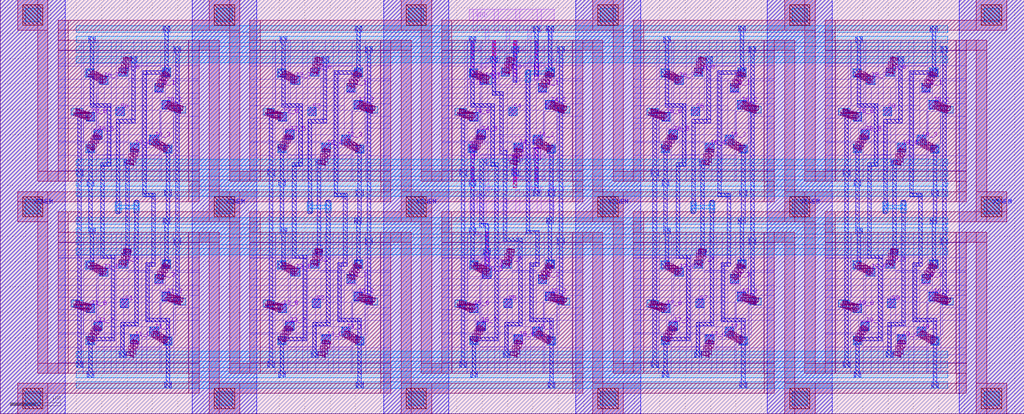
<source format=lef>
VERSION 5.7 ;
BUSBITCHARS "[]" ;
DIVIDERCHAR "/" ;

MANUFACTURINGGRID 0.005 ;

MACRO nem_ohmux_invd1_10i_8b
  CLASS COVER ;
  ORIGIN 0 0 ;
  FOREIGN nem_ohmux_invd1_10i_8b 0 0 ;
  SIZE 20.18 BY 8.16 ;
  SYMMETRY X Y ;
  SITE core ;
  PIN I0_0
    DIRECTION INPUT ;
    USE SIGNAL ;
    PORT
      LAYER M7 ;
        RECT 2.34 6.65 2.51 6.82 ;
    END
  END I0_0
  PIN I0_7
    DIRECTION INPUT ;
    USE SIGNAL ;
    PORT
      LAYER M7 ;
        RECT 1.95 6.49 2.12 6.66 ;
    END
  END I0_7
  PIN I0_1
    DIRECTION INPUT ;
    USE SIGNAL ;
    PORT
      LAYER M7 ;
        RECT 3.045 6.34 3.215 6.51 ;
    END
  END I0_1
  PIN I0_2
    DIRECTION INPUT ;
    USE SIGNAL ;
    PORT
      LAYER M7 ;
        RECT 3.185 6.01 3.355 6.18 ;
    END
  END I0_2
  PIN I0_3
    DIRECTION INPUT ;
    USE SIGNAL ;
    PORT
      LAYER M7 ;
        RECT 2.95 5.315 3.12 5.485 ;
    END
  END I0_3
  PIN I0_4
    DIRECTION INPUT ;
    USE SIGNAL ;
    PORT
      LAYER M7 ;
        RECT 2.56 5.16 2.73 5.33 ;
    END
  END I0_4
  PIN I0_5
    DIRECTION INPUT ;
    USE SIGNAL ;
    PORT
      LAYER M7 ;
        RECT 1.84 5.435 2.01 5.605 ;
    END
  END I0_5
  PIN I0_6
    DIRECTION INPUT ;
    USE SIGNAL ;
    PORT
      LAYER M7 ;
        RECT 1.695 5.775 1.865 5.945 ;
    END
  END I0_6
  PIN S0
    DIRECTION INPUT ;
    USE SIGNAL ;
    PORT
      LAYER M7 ;
        RECT 2.28 5.875 2.45 6.045 ;
    END
  END S0
  PIN ZN_7
    DIRECTION OUTPUT ;
    USE SIGNAL ;
    PORT
      LAYER M1 ;
        RECT 9.48 7.565 9.625 7.645 ;
        RECT 9.555 6.815 9.625 7.645 ;
        RECT 9.48 6.815 9.625 6.895 ;
    END
  END ZN_7
  PIN ZN_2
    DIRECTION OUTPUT ;
    USE SIGNAL ;
    PORT
      LAYER M1 ;
        RECT 10.32 7.565 10.465 7.645 ;
        RECT 10.395 6.815 10.465 7.645 ;
        RECT 10.32 6.815 10.465 6.895 ;
    END
  END ZN_2
  PIN ZN_0
    DIRECTION OUTPUT ;
    USE SIGNAL ;
    PORT
      LAYER M1 ;
        RECT 9.9 7.565 10.045 7.645 ;
        RECT 9.975 6.815 10.045 7.645 ;
        RECT 9.9 6.815 10.045 6.895 ;
    END
  END ZN_0
  PIN ZN_1
    DIRECTION OUTPUT ;
    USE SIGNAL ;
    PORT
      LAYER M1 ;
        RECT 10.74 7.565 10.885 7.645 ;
        RECT 10.815 6.815 10.885 7.645 ;
        RECT 10.74 6.815 10.885 6.895 ;
    END
  END ZN_1
  PIN ZN_3
    DIRECTION OUTPUT ;
    USE SIGNAL ;
    PORT
      LAYER M1 ;
        RECT 10.74 5.045 10.885 5.125 ;
        RECT 10.815 4.295 10.885 5.125 ;
        RECT 10.74 4.295 10.885 4.375 ;
    END
  END ZN_3
  PIN ZN_4
    DIRECTION OUTPUT ;
    USE SIGNAL ;
    PORT
      LAYER M1 ;
        RECT 9.275 3.785 9.42 3.865 ;
        RECT 9.275 3.035 9.42 3.115 ;
        RECT 9.275 3.035 9.345 3.865 ;
    END
  END ZN_4
  PIN ZN_6
    DIRECTION OUTPUT ;
    USE SIGNAL ;
    PORT
      LAYER M1 ;
        RECT 10.32 5.045 10.465 5.125 ;
        RECT 10.395 4.295 10.465 5.125 ;
        RECT 10.32 4.295 10.465 4.375 ;
    END
  END ZN_6
  PIN ZN_5
    DIRECTION OUTPUT ;
    USE SIGNAL ;
    PORT
      LAYER M1 ;
        RECT 9.48 5.045 9.625 5.125 ;
        RECT 9.555 4.295 9.625 5.125 ;
        RECT 9.48 4.295 9.625 4.375 ;
    END
  END ZN_5
  PIN I1_3
    DIRECTION INPUT ;
    USE SIGNAL ;
    PORT
      LAYER M7 ;
        RECT 3.045 2.56 3.215 2.73 ;
    END
  END I1_3
  PIN I1_4
    DIRECTION INPUT ;
    USE SIGNAL ;
    PORT
      LAYER M7 ;
        RECT 2.34 2.87 2.51 3.04 ;
    END
  END I1_4
  PIN I1_1
    DIRECTION INPUT ;
    USE SIGNAL ;
    PORT
      LAYER M7 ;
        RECT 2.95 1.535 3.12 1.705 ;
    END
  END I1_1
  PIN I1_7
    DIRECTION INPUT ;
    USE SIGNAL ;
    PORT
      LAYER M7 ;
        RECT 1.84 1.655 2.01 1.825 ;
    END
  END I1_7
  PIN S1
    DIRECTION INPUT ;
    USE SIGNAL ;
    PORT
      LAYER M7 ;
        RECT 2.365 2.095 2.535 2.265 ;
    END
  END S1
  PIN I1_6
    DIRECTION INPUT ;
    USE SIGNAL ;
    PORT
      LAYER M7 ;
        RECT 1.695 1.995 1.865 2.165 ;
    END
  END I1_6
  PIN I1_2
    DIRECTION INPUT ;
    USE SIGNAL ;
    PORT
      LAYER M7 ;
        RECT 3.185 2.23 3.355 2.4 ;
    END
  END I1_2
  PIN I1_5
    DIRECTION INPUT ;
    USE SIGNAL ;
    PORT
      LAYER M7 ;
        RECT 1.95 2.71 2.12 2.88 ;
    END
  END I1_5
  PIN I1_0
    DIRECTION INPUT ;
    USE SIGNAL ;
    PORT
      LAYER M7 ;
        RECT 2.56 1.38 2.73 1.55 ;
    END
  END I1_0
  PIN VSNEM
    DIRECTION INOUT ;
    USE GROUND ;
    SHAPE ABUTMENT ;
    PORT
      LAYER M8 ;
        RECT 0 0 1.28 8.16 ;
    END
    PORT
      LAYER M8 ;
        RECT 3.78 0 5.06 8.16 ;
    END
    PORT
      LAYER M8 ;
        RECT 7.56 0 8.84 8.16 ;
    END
    PORT
      LAYER M8 ;
        RECT 11.34 0 12.62 8.16 ;
    END
    PORT
      LAYER M8 ;
        RECT 15.12 0 16.4 8.16 ;
    END
    PORT
      LAYER M8 ;
        RECT 18.9 0 20.18 8.16 ;
    END
  END VSNEM
  PIN VDD
    DIRECTION INOUT ;
    USE POWER ;
    SHAPE ABUTMENT ;
    PORT
      LAYER M1 ;
        RECT 9.24 2.705 9.66 2.935 ;
        RECT 9.5 2.705 9.58 3.145 ;
    END
    PORT
      LAYER M1 ;
        RECT 9.24 7.745 10.92 7.975 ;
        RECT 10.58 7.535 10.66 7.975 ;
        RECT 10.16 7.535 10.24 7.975 ;
        RECT 9.74 7.535 9.82 7.975 ;
        RECT 9.32 7.535 9.4 7.975 ;
    END
    PORT
      LAYER M1 ;
        RECT 9.24 5.225 10.92 5.455 ;
        RECT 10.58 5.015 10.66 5.455 ;
        RECT 10.16 5.015 10.24 5.455 ;
        RECT 9.32 5.015 9.4 5.455 ;
    END
  END VDD
  PIN VSS
    DIRECTION INOUT ;
    USE GROUND ;
    SHAPE ABUTMENT ;
    PORT
      LAYER M1 ;
        RECT 9.24 6.485 10.92 6.715 ;
        RECT 10.58 6.485 10.66 6.925 ;
        RECT 10.16 6.485 10.24 6.925 ;
        RECT 9.74 6.485 9.82 6.925 ;
        RECT 9.32 6.485 9.4 6.925 ;
    END
    PORT
      LAYER M1 ;
        RECT 9.24 3.965 10.92 4.195 ;
        RECT 10.58 3.965 10.66 4.405 ;
        RECT 10.16 3.965 10.24 4.405 ;
        RECT 9.5 3.755 9.58 4.195 ;
        RECT 9.32 3.965 9.4 4.405 ;
    END
  END VSS
  PIN I2_7
    DIRECTION INPUT ;
    USE SIGNAL ;
    PORT
      LAYER M7 ;
        RECT 5.73 6.49 5.9 6.66 ;
    END
  END I2_7
  PIN I2_0
    DIRECTION INPUT ;
    USE SIGNAL ;
    PORT
      LAYER M7 ;
        RECT 6.12 6.65 6.29 6.82 ;
    END
  END I2_0
  PIN I3_4
    DIRECTION INPUT ;
    USE SIGNAL ;
    PORT
      LAYER M7 ;
        RECT 6.12 2.87 6.29 3.04 ;
    END
  END I3_4
  PIN I3_6
    DIRECTION INPUT ;
    USE SIGNAL ;
    PORT
      LAYER M7 ;
        RECT 5.475 1.995 5.645 2.165 ;
    END
  END I3_6
  PIN I3_1
    DIRECTION INPUT ;
    USE SIGNAL ;
    PORT
      LAYER M7 ;
        RECT 6.73 1.535 6.9 1.705 ;
    END
  END I3_1
  PIN I2_1
    DIRECTION INPUT ;
    USE SIGNAL ;
    PORT
      LAYER M7 ;
        RECT 6.825 6.34 6.995 6.51 ;
    END
  END I2_1
  PIN I2_2
    DIRECTION INPUT ;
    USE SIGNAL ;
    PORT
      LAYER M7 ;
        RECT 6.965 6.01 7.135 6.18 ;
    END
  END I2_2
  PIN I2_3
    DIRECTION INPUT ;
    USE SIGNAL ;
    PORT
      LAYER M7 ;
        RECT 6.73 5.315 6.9 5.485 ;
    END
  END I2_3
  PIN I2_4
    DIRECTION INPUT ;
    USE SIGNAL ;
    PORT
      LAYER M7 ;
        RECT 6.34 5.16 6.51 5.33 ;
    END
  END I2_4
  PIN I3_3
    DIRECTION INPUT ;
    USE SIGNAL ;
    PORT
      LAYER M7 ;
        RECT 6.825 2.56 6.995 2.73 ;
    END
  END I3_3
  PIN I2_5
    DIRECTION INPUT ;
    USE SIGNAL ;
    PORT
      LAYER M7 ;
        RECT 5.62 5.435 5.79 5.605 ;
    END
  END I2_5
  PIN I3_2
    DIRECTION INPUT ;
    USE SIGNAL ;
    PORT
      LAYER M7 ;
        RECT 6.965 2.23 7.135 2.4 ;
    END
  END I3_2
  PIN I3_0
    DIRECTION INPUT ;
    USE SIGNAL ;
    PORT
      LAYER M7 ;
        RECT 6.34 1.38 6.51 1.55 ;
    END
  END I3_0
  PIN I3_5
    DIRECTION INPUT ;
    USE SIGNAL ;
    PORT
      LAYER M7 ;
        RECT 5.73 2.71 5.9 2.88 ;
    END
  END I3_5
  PIN S3
    DIRECTION INPUT ;
    USE SIGNAL ;
    PORT
      LAYER M7 ;
        RECT 6.145 2.095 6.315 2.265 ;
    END
  END S3
  PIN I2_6
    DIRECTION INPUT ;
    USE SIGNAL ;
    PORT
      LAYER M7 ;
        RECT 5.475 5.775 5.645 5.945 ;
    END
  END I2_6
  PIN I3_7
    DIRECTION INPUT ;
    USE SIGNAL ;
    PORT
      LAYER M7 ;
        RECT 5.62 1.655 5.79 1.825 ;
    END
  END I3_7
  PIN S2
    DIRECTION INPUT ;
    USE SIGNAL ;
    PORT
      LAYER M7 ;
        RECT 6.06 5.875 6.23 6.045 ;
    END
  END S2
  PIN I4_6
    DIRECTION INPUT ;
    USE SIGNAL ;
    PORT
      LAYER M7 ;
        RECT 9.245 5.775 9.415 5.945 ;
    END
  END I4_6
  PIN I4_5
    DIRECTION INPUT ;
    USE SIGNAL ;
    PORT
      LAYER M7 ;
        RECT 9.4 5.435 9.57 5.605 ;
    END
  END I4_5
  PIN I4_7
    DIRECTION INPUT ;
    USE SIGNAL ;
    PORT
      LAYER M7 ;
        RECT 9.455 6.49 9.625 6.66 ;
    END
  END I4_7
  PIN S4
    DIRECTION INPUT ;
    USE SIGNAL ;
    PORT
      LAYER M7 ;
        RECT 10.025 5.875 10.195 6.045 ;
    END
  END S4
  PIN I4_0
    DIRECTION INPUT ;
    USE SIGNAL ;
    PORT
      LAYER M7 ;
        RECT 9.875 6.65 10.045 6.82 ;
    END
  END I4_0
  PIN I4_4
    DIRECTION INPUT ;
    USE SIGNAL ;
    PORT
      LAYER M7 ;
        RECT 10.135 5.165 10.305 5.335 ;
    END
  END I4_4
  PIN I4_3
    DIRECTION INPUT ;
    USE SIGNAL ;
    PORT
      LAYER M7 ;
        RECT 10.51 5.315 10.68 5.485 ;
    END
  END I4_3
  PIN I4_1
    DIRECTION INPUT ;
    USE SIGNAL ;
    PORT
      LAYER M7 ;
        RECT 10.605 6.34 10.775 6.51 ;
    END
  END I4_1
  PIN I4_2
    DIRECTION INPUT ;
    USE SIGNAL ;
    PORT
      LAYER M7 ;
        RECT 10.755 6.01 10.925 6.18 ;
    END
  END I4_2
  PIN I5_6
    DIRECTION INPUT ;
    USE SIGNAL ;
    PORT
      LAYER M7 ;
        RECT 9.24 1.995 9.41 2.165 ;
    END
  END I5_6
  PIN I5_7
    DIRECTION INPUT ;
    USE SIGNAL ;
    PORT
      LAYER M7 ;
        RECT 9.39 1.655 9.56 1.825 ;
    END
  END I5_7
  PIN I5_5
    DIRECTION INPUT ;
    USE SIGNAL ;
    PORT
      LAYER M7 ;
        RECT 9.505 2.67 9.675 2.84 ;
    END
  END I5_5
  PIN I5_4
    DIRECTION INPUT ;
    USE SIGNAL ;
    PORT
      LAYER M7 ;
        RECT 9.875 2.87 10.045 3.04 ;
    END
  END I5_4
  PIN I5_0
    DIRECTION INPUT ;
    USE SIGNAL ;
    PORT
      LAYER M7 ;
        RECT 10.13 1.38 10.3 1.55 ;
    END
  END I5_0
  PIN I5_1
    DIRECTION INPUT ;
    USE SIGNAL ;
    PORT
      LAYER M7 ;
        RECT 10.485 1.535 10.655 1.705 ;
    END
  END I5_1
  PIN I5_3
    DIRECTION INPUT ;
    USE SIGNAL ;
    PORT
      LAYER M7 ;
        RECT 10.605 2.56 10.775 2.73 ;
    END
  END I5_3
  PIN I5_2
    DIRECTION INPUT ;
    USE SIGNAL ;
    PORT
      LAYER M7 ;
        RECT 10.755 2.23 10.925 2.4 ;
    END
  END I5_2
  PIN S5
    DIRECTION INPUT ;
    USE SIGNAL ;
    PORT
      LAYER M7 ;
        RECT 9.925 2.095 10.095 2.265 ;
    END
  END S5
  PIN I6_6
    DIRECTION INPUT ;
    USE SIGNAL ;
    PORT
      LAYER M7 ;
        RECT 13.035 5.775 13.205 5.945 ;
    END
  END I6_6
  PIN I6_5
    DIRECTION INPUT ;
    USE SIGNAL ;
    PORT
      LAYER M7 ;
        RECT 13.18 5.435 13.35 5.605 ;
    END
  END I6_5
  PIN I6_7
    DIRECTION INPUT ;
    USE SIGNAL ;
    PORT
      LAYER M7 ;
        RECT 13.29 6.49 13.46 6.66 ;
    END
  END I6_7
  PIN S6
    DIRECTION INPUT ;
    USE SIGNAL ;
    PORT
      LAYER M7 ;
        RECT 13.62 5.875 13.79 6.045 ;
    END
  END S6
  PIN I6_0
    DIRECTION INPUT ;
    USE SIGNAL ;
    PORT
      LAYER M7 ;
        RECT 13.68 6.65 13.85 6.82 ;
    END
  END I6_0
  PIN I6_4
    DIRECTION INPUT ;
    USE SIGNAL ;
    PORT
      LAYER M7 ;
        RECT 13.9 5.16 14.07 5.33 ;
    END
  END I6_4
  PIN I6_3
    DIRECTION INPUT ;
    USE SIGNAL ;
    PORT
      LAYER M7 ;
        RECT 14.29 5.315 14.46 5.485 ;
    END
  END I6_3
  PIN I6_1
    DIRECTION INPUT ;
    USE SIGNAL ;
    PORT
      LAYER M7 ;
        RECT 14.385 6.34 14.555 6.51 ;
    END
  END I6_1
  PIN I6_2
    DIRECTION INPUT ;
    USE SIGNAL ;
    PORT
      LAYER M7 ;
        RECT 14.525 6.01 14.695 6.18 ;
    END
  END I6_2
  PIN I7_6
    DIRECTION INPUT ;
    USE SIGNAL ;
    PORT
      LAYER M7 ;
        RECT 13.035 1.995 13.205 2.165 ;
    END
  END I7_6
  PIN I7_7
    DIRECTION INPUT ;
    USE SIGNAL ;
    PORT
      LAYER M7 ;
        RECT 13.18 1.655 13.35 1.825 ;
    END
  END I7_7
  PIN I7_5
    DIRECTION INPUT ;
    USE SIGNAL ;
    PORT
      LAYER M7 ;
        RECT 13.29 2.71 13.46 2.88 ;
    END
  END I7_5
  PIN I7_4
    DIRECTION INPUT ;
    USE SIGNAL ;
    PORT
      LAYER M7 ;
        RECT 13.68 2.87 13.85 3.04 ;
    END
  END I7_4
  PIN S7
    DIRECTION INPUT ;
    USE SIGNAL ;
    PORT
      LAYER M7 ;
        RECT 13.705 2.095 13.875 2.265 ;
    END
  END S7
  PIN I7_0
    DIRECTION INPUT ;
    USE SIGNAL ;
    PORT
      LAYER M7 ;
        RECT 13.9 1.38 14.07 1.55 ;
    END
  END I7_0
  PIN I7_1
    DIRECTION INPUT ;
    USE SIGNAL ;
    PORT
      LAYER M7 ;
        RECT 14.29 1.535 14.46 1.705 ;
    END
  END I7_1
  PIN I7_3
    DIRECTION INPUT ;
    USE SIGNAL ;
    PORT
      LAYER M7 ;
        RECT 14.385 2.56 14.555 2.73 ;
    END
  END I7_3
  PIN I7_2
    DIRECTION INPUT ;
    USE SIGNAL ;
    PORT
      LAYER M7 ;
        RECT 14.525 2.23 14.695 2.4 ;
    END
  END I7_2
  PIN I9_1
    DIRECTION INPUT ;
    USE SIGNAL ;
    PORT
      LAYER M7 ;
        RECT 18.07 1.535 18.24 1.705 ;
    END
  END I9_1
  PIN I9_0
    DIRECTION INPUT ;
    USE SIGNAL ;
    PORT
      LAYER M7 ;
        RECT 17.68 1.38 17.85 1.55 ;
    END
  END I9_0
  PIN S9
    DIRECTION INPUT ;
    USE SIGNAL ;
    PORT
      LAYER M7 ;
        RECT 17.485 2.095 17.655 2.265 ;
    END
  END S9
  PIN I9_4
    DIRECTION INPUT ;
    USE SIGNAL ;
    PORT
      LAYER M7 ;
        RECT 17.46 2.87 17.63 3.04 ;
    END
  END I9_4
  PIN I9_5
    DIRECTION INPUT ;
    USE SIGNAL ;
    PORT
      LAYER M7 ;
        RECT 17.07 2.71 17.24 2.88 ;
    END
  END I9_5
  PIN I9_7
    DIRECTION INPUT ;
    USE SIGNAL ;
    PORT
      LAYER M7 ;
        RECT 16.96 1.655 17.13 1.825 ;
    END
  END I9_7
  PIN I9_6
    DIRECTION INPUT ;
    USE SIGNAL ;
    PORT
      LAYER M7 ;
        RECT 16.815 1.995 16.985 2.165 ;
    END
  END I9_6
  PIN I8_2
    DIRECTION INPUT ;
    USE SIGNAL ;
    PORT
      LAYER M7 ;
        RECT 18.305 6.01 18.475 6.18 ;
    END
  END I8_2
  PIN I8_1
    DIRECTION INPUT ;
    USE SIGNAL ;
    PORT
      LAYER M7 ;
        RECT 18.165 6.34 18.335 6.51 ;
    END
  END I8_1
  PIN I9_2
    DIRECTION INPUT ;
    USE SIGNAL ;
    PORT
      LAYER M7 ;
        RECT 18.305 2.23 18.475 2.4 ;
    END
  END I9_2
  PIN I9_3
    DIRECTION INPUT ;
    USE SIGNAL ;
    PORT
      LAYER M7 ;
        RECT 18.165 2.56 18.335 2.73 ;
    END
  END I9_3
  PIN I8_3
    DIRECTION INPUT ;
    USE SIGNAL ;
    PORT
      LAYER M7 ;
        RECT 18.07 5.315 18.24 5.485 ;
    END
  END I8_3
  PIN I8_4
    DIRECTION INPUT ;
    USE SIGNAL ;
    PORT
      LAYER M7 ;
        RECT 17.68 5.16 17.85 5.33 ;
    END
  END I8_4
  PIN I8_0
    DIRECTION INPUT ;
    USE SIGNAL ;
    PORT
      LAYER M7 ;
        RECT 17.46 6.65 17.63 6.82 ;
    END
  END I8_0
  PIN S8
    DIRECTION INPUT ;
    USE SIGNAL ;
    PORT
      LAYER M7 ;
        RECT 17.4 5.875 17.57 6.045 ;
    END
  END S8
  PIN I8_7
    DIRECTION INPUT ;
    USE SIGNAL ;
    PORT
      LAYER M7 ;
        RECT 17.07 6.49 17.24 6.66 ;
    END
  END I8_7
  PIN I8_5
    DIRECTION INPUT ;
    USE SIGNAL ;
    PORT
      LAYER M7 ;
        RECT 16.96 5.435 17.13 5.605 ;
    END
  END I8_5
  PIN I8_6
    DIRECTION INPUT ;
    USE SIGNAL ;
    PORT
      LAYER M7 ;
        RECT 16.815 5.775 16.985 5.945 ;
    END
  END I8_6
  OBS
    LAYER OVERLAP ;
      RECT 0 0 20.18 8.16 ;
    LAYER M1 ;
      RECT 10.535 4.575 10.605 4.845 ;
      RECT 10.535 4.625 10.74 4.695 ;
      RECT 10.535 7.095 10.605 7.365 ;
      RECT 10.535 7.145 10.74 7.215 ;
      RECT 10.115 4.575 10.185 4.845 ;
      RECT 10.115 4.625 10.32 4.695 ;
      RECT 10.115 7.095 10.185 7.365 ;
      RECT 10.115 7.145 10.32 7.215 ;
      RECT 9.695 7.095 9.765 7.365 ;
      RECT 9.695 7.145 9.9 7.215 ;
      RECT 9.555 3.315 9.625 3.585 ;
      RECT 9.42 3.465 9.625 3.535 ;
      RECT 9.275 4.575 9.345 4.845 ;
      RECT 9.275 4.625 9.48 4.695 ;
      RECT 9.275 7.095 9.345 7.365 ;
      RECT 9.275 7.145 9.48 7.215 ;
    LAYER M2 ;
      RECT 10.535 4.455 10.605 4.845 ;
      RECT 10.535 6.975 10.605 7.365 ;
      RECT 10.115 4.455 10.185 4.845 ;
      RECT 10.115 6.975 10.185 7.365 ;
      RECT 9.695 6.975 9.765 7.365 ;
      RECT 9.555 3.195 9.625 3.585 ;
      RECT 9.275 4.455 9.345 4.845 ;
      RECT 9.275 6.975 9.345 7.365 ;
    LAYER M3 ;
      RECT 10.535 4.455 10.605 4.845 ;
      RECT 10.535 6.975 10.605 7.365 ;
      RECT 10.115 4.455 10.185 4.845 ;
      RECT 10.115 6.975 10.185 7.365 ;
      RECT 9.695 6.975 9.765 7.365 ;
      RECT 9.555 3.195 9.625 3.585 ;
      RECT 9.275 4.455 9.345 4.845 ;
      RECT 9.275 6.975 9.345 7.365 ;
    LAYER M4 ;
      RECT 10.535 4.455 10.605 4.845 ;
      RECT 10.535 6.975 10.605 7.365 ;
      RECT 10.115 4.455 10.185 4.845 ;
      RECT 10.115 6.975 10.185 7.365 ;
      RECT 9.695 6.975 9.765 7.365 ;
      RECT 9.555 3.195 9.625 3.585 ;
      RECT 9.275 4.455 9.345 4.845 ;
      RECT 9.275 6.975 9.345 7.365 ;
    LAYER M5 ;
      RECT 10.535 4.455 10.605 4.845 ;
      RECT 10.535 6.975 10.605 7.365 ;
      RECT 10.115 4.455 10.185 4.845 ;
      RECT 10.115 6.975 10.185 7.365 ;
      RECT 9.695 6.975 9.765 7.365 ;
      RECT 9.555 3.195 9.625 3.585 ;
      RECT 9.275 4.455 9.345 4.845 ;
      RECT 9.275 6.975 9.345 7.365 ;
    LAYER M6 ;
      RECT 10.535 4.575 10.605 5.255 ;
      RECT 10.535 6.65 10.605 7.365 ;
      RECT 10.115 4.575 10.185 5.105 ;
      RECT 10.115 6.65 10.185 7.365 ;
      RECT 9.695 6.65 9.765 7.365 ;
      RECT 9.555 2.91 9.625 3.585 ;
      RECT 9.275 4.575 9.345 5.365 ;
      RECT 9.275 6.65 9.345 7.365 ;
    LAYER M7 ;
      RECT 10.505 4.995 10.64 5.235 ;
      RECT 10.53 6.58 10.61 6.92 ;
      RECT 10.02 4.99 10.285 5.095 ;
      RECT 10.115 6.53 10.185 6.92 ;
      RECT 9.695 6.53 9.765 6.92 ;
      RECT 9.535 2.91 9.645 3.17 ;
      RECT 9.27 5.025 9.35 5.365 ;
      RECT 9.275 6.53 9.345 6.92 ;
    LAYER M8 ;
      RECT 18.545 7.115 18.675 7.245 ;
      RECT 18.575 2.15 18.645 7.245 ;
      RECT 18.545 5.93 18.675 6.06 ;
      RECT 18.545 3.335 18.675 3.465 ;
      RECT 18.545 2.15 18.675 2.28 ;
      RECT 18.335 7.515 18.465 7.645 ;
      RECT 18.365 6.665 18.435 7.645 ;
      RECT 18.335 6.665 18.465 6.795 ;
      RECT 17.925 6.695 18.465 6.765 ;
      RECT 17.925 4.28 17.995 6.765 ;
      RECT 17.925 4.28 18.175 4.35 ;
      RECT 18.105 2.905 18.175 4.35 ;
      RECT 17.99 2.905 18.175 2.975 ;
      RECT 17.99 1.81 18.06 2.975 ;
      RECT 17.99 1.81 18.46 1.88 ;
      RECT 18.39 0.505 18.46 1.88 ;
      RECT 18.36 1.37 18.49 1.5 ;
      RECT 18.36 0.505 18.49 0.635 ;
      RECT 18.36 5.15 18.49 5.28 ;
      RECT 18.39 3.735 18.46 5.28 ;
      RECT 18.36 4.285 18.49 4.415 ;
      RECT 18.33 3.735 18.46 3.865 ;
      RECT 18.365 2.885 18.435 3.865 ;
      RECT 18.335 2.885 18.465 3.015 ;
      RECT 17.77 1.735 17.84 4.21 ;
      RECT 17.495 1.735 17.84 1.805 ;
      RECT 17.495 1.105 17.565 1.805 ;
      RECT 17.465 1.105 17.595 1.235 ;
      RECT 17.68 6.915 17.81 7.045 ;
      RECT 17.71 5.73 17.78 7.045 ;
      RECT 17.41 5.73 17.78 5.8 ;
      RECT 17.41 3.94 17.48 5.8 ;
      RECT 17.56 4.885 17.69 5.015 ;
      RECT 17.59 3.135 17.66 5.015 ;
      RECT 17.56 3.135 17.69 3.265 ;
      RECT 16.86 7.315 16.99 7.445 ;
      RECT 16.89 6.04 16.96 7.445 ;
      RECT 16.82 6.65 16.96 6.78 ;
      RECT 16.89 6.04 17.295 6.11 ;
      RECT 17.225 4.88 17.295 6.11 ;
      RECT 17.1 4.88 17.295 4.95 ;
      RECT 17.1 3.06 17.17 4.95 ;
      RECT 17.1 3.06 17.38 3.13 ;
      RECT 17.31 1.44 17.38 3.13 ;
      RECT 16.83 1.44 17.38 1.51 ;
      RECT 16.83 1.38 16.96 1.51 ;
      RECT 16.86 0.705 16.93 1.51 ;
      RECT 16.83 0.705 16.96 0.835 ;
      RECT 16.83 5.16 16.96 5.29 ;
      RECT 16.86 3.535 16.93 5.29 ;
      RECT 16.83 4.485 16.96 4.615 ;
      RECT 16.86 3.535 16.99 3.665 ;
      RECT 16.89 2.87 16.96 3.665 ;
      RECT 16.82 2.87 16.96 3 ;
      RECT 16.615 5.89 16.745 6.02 ;
      RECT 16.645 0.905 16.715 6.02 ;
      RECT 16.615 4.685 16.745 4.815 ;
      RECT 16.615 2.11 16.745 2.24 ;
      RECT 16.615 0.905 16.745 1.035 ;
      RECT 14.765 7.115 14.895 7.245 ;
      RECT 14.795 2.15 14.865 7.245 ;
      RECT 14.765 5.93 14.895 6.06 ;
      RECT 14.765 3.335 14.895 3.465 ;
      RECT 14.765 2.15 14.895 2.28 ;
      RECT 14.555 7.515 14.685 7.645 ;
      RECT 14.585 6.665 14.655 7.645 ;
      RECT 14.555 6.665 14.685 6.795 ;
      RECT 14.145 6.695 14.685 6.765 ;
      RECT 14.145 4.28 14.215 6.765 ;
      RECT 14.145 4.28 14.395 4.35 ;
      RECT 14.325 2.905 14.395 4.35 ;
      RECT 14.21 2.905 14.395 2.975 ;
      RECT 14.21 1.81 14.28 2.975 ;
      RECT 14.21 1.81 14.68 1.88 ;
      RECT 14.61 0.505 14.68 1.88 ;
      RECT 14.58 1.37 14.71 1.5 ;
      RECT 14.58 0.505 14.71 0.635 ;
      RECT 14.58 5.15 14.71 5.28 ;
      RECT 14.61 3.735 14.68 5.28 ;
      RECT 14.58 4.285 14.71 4.415 ;
      RECT 14.55 3.735 14.68 3.865 ;
      RECT 14.585 2.885 14.655 3.865 ;
      RECT 14.555 2.885 14.685 3.015 ;
      RECT 13.99 1.735 14.06 4.21 ;
      RECT 13.715 1.735 14.06 1.805 ;
      RECT 13.715 1.105 13.785 1.805 ;
      RECT 13.685 1.105 13.815 1.235 ;
      RECT 13.9 6.915 14.03 7.045 ;
      RECT 13.93 5.73 14 7.045 ;
      RECT 13.63 5.73 14 5.8 ;
      RECT 13.63 3.94 13.7 5.8 ;
      RECT 13.78 4.885 13.91 5.015 ;
      RECT 13.81 3.135 13.88 5.015 ;
      RECT 13.78 3.135 13.91 3.265 ;
      RECT 13.08 7.315 13.21 7.445 ;
      RECT 13.11 6.04 13.18 7.445 ;
      RECT 13.04 6.65 13.18 6.78 ;
      RECT 13.11 6.04 13.515 6.11 ;
      RECT 13.445 4.88 13.515 6.11 ;
      RECT 13.32 4.88 13.515 4.95 ;
      RECT 13.32 3.06 13.39 4.95 ;
      RECT 13.32 3.06 13.6 3.13 ;
      RECT 13.53 1.44 13.6 3.13 ;
      RECT 13.05 1.44 13.6 1.51 ;
      RECT 13.05 1.38 13.18 1.51 ;
      RECT 13.08 0.705 13.15 1.51 ;
      RECT 13.05 0.705 13.18 0.835 ;
      RECT 13.05 5.16 13.18 5.29 ;
      RECT 13.08 3.535 13.15 5.29 ;
      RECT 13.05 4.485 13.18 4.615 ;
      RECT 13.08 3.535 13.21 3.665 ;
      RECT 13.11 2.87 13.18 3.665 ;
      RECT 13.04 2.87 13.18 3 ;
      RECT 12.835 5.89 12.965 6.02 ;
      RECT 12.865 0.905 12.935 6.02 ;
      RECT 12.835 4.685 12.965 4.815 ;
      RECT 12.835 2.11 12.965 2.24 ;
      RECT 12.835 0.905 12.965 1.035 ;
      RECT 10.985 7.115 11.115 7.245 ;
      RECT 11.015 2.15 11.085 7.245 ;
      RECT 10.985 5.93 11.115 6.06 ;
      RECT 10.985 3.335 11.115 3.465 ;
      RECT 10.985 2.15 11.115 2.28 ;
      RECT 10.365 3.535 10.435 6.785 ;
      RECT 10.365 3.535 10.62 3.605 ;
      RECT 10.55 2.905 10.62 3.605 ;
      RECT 10.435 2.905 10.62 2.975 ;
      RECT 10.435 1.81 10.505 2.975 ;
      RECT 10.435 1.81 10.9 1.88 ;
      RECT 10.83 0.505 10.9 1.88 ;
      RECT 10.8 1.37 10.93 1.5 ;
      RECT 10.8 0.505 10.93 0.635 ;
      RECT 10.8 5.15 10.93 5.28 ;
      RECT 10.83 3.735 10.9 5.28 ;
      RECT 10.8 4.285 10.93 4.415 ;
      RECT 10.77 3.735 10.9 3.865 ;
      RECT 10.805 2.885 10.875 3.865 ;
      RECT 10.775 2.885 10.905 3.015 ;
      RECT 10.775 7.515 10.905 7.645 ;
      RECT 10.805 6.665 10.875 7.645 ;
      RECT 10.775 6.665 10.905 6.795 ;
      RECT 10.535 4.285 10.605 5.245 ;
      RECT 10.505 4.285 10.635 4.415 ;
      RECT 10.505 7.515 10.635 7.645 ;
      RECT 10.535 6.65 10.605 7.645 ;
      RECT 9.665 6.915 9.795 7.045 ;
      RECT 9.695 6.275 9.765 7.045 ;
      RECT 9.695 6.275 9.915 6.345 ;
      RECT 9.845 5.125 9.915 6.345 ;
      RECT 9.915 3.4 9.985 5.195 ;
      RECT 9.915 3.4 10.29 3.47 ;
      RECT 10.22 1.735 10.29 3.47 ;
      RECT 9.94 1.735 10.29 1.805 ;
      RECT 9.94 1.105 10.01 1.805 ;
      RECT 9.91 1.105 10.04 1.235 ;
      RECT 10.115 4.685 10.185 5.095 ;
      RECT 10.085 4.685 10.215 4.815 ;
      RECT 10.085 7.115 10.215 7.245 ;
      RECT 10.115 6.53 10.185 7.245 ;
      RECT 9.245 7.315 9.375 7.445 ;
      RECT 9.275 6.04 9.345 7.445 ;
      RECT 9.26 6.65 9.39 6.78 ;
      RECT 9.275 6.04 9.735 6.11 ;
      RECT 9.665 4.88 9.735 6.11 ;
      RECT 9.665 4.88 9.82 4.95 ;
      RECT 9.75 1.44 9.82 4.95 ;
      RECT 9.27 1.44 9.82 1.51 ;
      RECT 9.27 1.38 9.4 1.51 ;
      RECT 9.3 0.705 9.37 1.51 ;
      RECT 9.27 0.705 9.4 0.835 ;
      RECT 9.455 4.885 9.585 5.015 ;
      RECT 9.455 3.67 9.525 5.015 ;
      RECT 9.455 3.67 9.625 3.74 ;
      RECT 9.555 2.91 9.625 3.74 ;
      RECT 9.525 3.135 9.655 3.265 ;
      RECT 9.245 5.16 9.375 5.29 ;
      RECT 9.275 2.87 9.345 5.29 ;
      RECT 9.24 4.485 9.37 4.615 ;
      RECT 9.24 3.535 9.37 3.665 ;
      RECT 9.275 2.87 9.405 3 ;
      RECT 9.055 5.89 9.185 6.02 ;
      RECT 9.085 0.905 9.155 6.02 ;
      RECT 9.055 4.685 9.185 4.815 ;
      RECT 9.055 2.11 9.185 2.24 ;
      RECT 9.055 0.905 9.185 1.035 ;
      RECT 7.205 7.115 7.335 7.245 ;
      RECT 7.235 2.15 7.305 7.245 ;
      RECT 7.205 5.93 7.335 6.06 ;
      RECT 7.205 3.335 7.335 3.465 ;
      RECT 7.205 2.15 7.335 2.28 ;
      RECT 6.995 7.515 7.125 7.645 ;
      RECT 7.025 6.665 7.095 7.645 ;
      RECT 6.995 6.665 7.125 6.795 ;
      RECT 6.585 6.695 7.125 6.765 ;
      RECT 6.585 4.28 6.655 6.765 ;
      RECT 6.585 4.28 6.835 4.35 ;
      RECT 6.765 2.905 6.835 4.35 ;
      RECT 6.65 2.905 6.835 2.975 ;
      RECT 6.65 1.81 6.72 2.975 ;
      RECT 6.65 1.81 7.12 1.88 ;
      RECT 7.05 0.505 7.12 1.88 ;
      RECT 7.02 1.37 7.15 1.5 ;
      RECT 7.02 0.505 7.15 0.635 ;
      RECT 7.02 5.15 7.15 5.28 ;
      RECT 7.05 3.735 7.12 5.28 ;
      RECT 7.02 4.285 7.15 4.415 ;
      RECT 6.99 3.735 7.12 3.865 ;
      RECT 7.025 2.885 7.095 3.865 ;
      RECT 6.995 2.885 7.125 3.015 ;
      RECT 6.43 1.735 6.5 4.21 ;
      RECT 6.155 1.735 6.5 1.805 ;
      RECT 6.155 1.105 6.225 1.805 ;
      RECT 6.125 1.105 6.255 1.235 ;
      RECT 6.34 6.915 6.47 7.045 ;
      RECT 6.37 5.73 6.44 7.045 ;
      RECT 6.07 5.73 6.44 5.8 ;
      RECT 6.07 3.94 6.14 5.8 ;
      RECT 6.22 4.885 6.35 5.015 ;
      RECT 6.25 3.135 6.32 5.015 ;
      RECT 6.22 3.135 6.35 3.265 ;
      RECT 5.52 7.315 5.65 7.445 ;
      RECT 5.55 6.04 5.62 7.445 ;
      RECT 5.48 6.65 5.62 6.78 ;
      RECT 5.55 6.04 5.955 6.11 ;
      RECT 5.885 4.88 5.955 6.11 ;
      RECT 5.76 4.88 5.955 4.95 ;
      RECT 5.76 3.06 5.83 4.95 ;
      RECT 5.76 3.06 6.04 3.13 ;
      RECT 5.97 1.44 6.04 3.13 ;
      RECT 5.49 1.44 6.04 1.51 ;
      RECT 5.49 1.38 5.62 1.51 ;
      RECT 5.52 0.705 5.59 1.51 ;
      RECT 5.49 0.705 5.62 0.835 ;
      RECT 5.49 5.16 5.62 5.29 ;
      RECT 5.52 3.535 5.59 5.29 ;
      RECT 5.49 4.485 5.62 4.615 ;
      RECT 5.52 3.535 5.65 3.665 ;
      RECT 5.55 2.87 5.62 3.665 ;
      RECT 5.48 2.87 5.62 3 ;
      RECT 5.275 5.89 5.405 6.02 ;
      RECT 5.305 0.905 5.375 6.02 ;
      RECT 5.275 4.685 5.405 4.815 ;
      RECT 5.275 2.11 5.405 2.24 ;
      RECT 5.275 0.905 5.405 1.035 ;
      RECT 3.425 7.115 3.555 7.245 ;
      RECT 3.455 2.15 3.525 7.245 ;
      RECT 3.425 5.93 3.555 6.06 ;
      RECT 3.425 3.335 3.555 3.465 ;
      RECT 3.425 2.15 3.555 2.28 ;
      RECT 3.215 7.515 3.345 7.645 ;
      RECT 3.245 6.665 3.315 7.645 ;
      RECT 3.215 6.665 3.345 6.795 ;
      RECT 2.805 6.695 3.345 6.765 ;
      RECT 2.805 4.28 2.875 6.765 ;
      RECT 2.805 4.28 3.055 4.35 ;
      RECT 2.985 2.905 3.055 4.35 ;
      RECT 2.87 2.905 3.055 2.975 ;
      RECT 2.87 1.81 2.94 2.975 ;
      RECT 2.87 1.81 3.34 1.88 ;
      RECT 3.27 0.505 3.34 1.88 ;
      RECT 3.24 1.37 3.37 1.5 ;
      RECT 3.24 0.505 3.37 0.635 ;
      RECT 3.24 5.15 3.37 5.28 ;
      RECT 3.27 3.735 3.34 5.28 ;
      RECT 3.24 4.285 3.37 4.415 ;
      RECT 3.21 3.735 3.34 3.865 ;
      RECT 3.245 2.885 3.315 3.865 ;
      RECT 3.215 2.885 3.345 3.015 ;
      RECT 2.65 1.735 2.72 4.21 ;
      RECT 2.375 1.735 2.72 1.805 ;
      RECT 2.375 1.105 2.445 1.805 ;
      RECT 2.345 1.105 2.475 1.235 ;
      RECT 2.56 6.915 2.69 7.045 ;
      RECT 2.59 5.73 2.66 7.045 ;
      RECT 2.29 5.73 2.66 5.8 ;
      RECT 2.29 3.94 2.36 5.8 ;
      RECT 2.44 4.885 2.57 5.015 ;
      RECT 2.47 3.135 2.54 5.015 ;
      RECT 2.44 3.135 2.57 3.265 ;
      RECT 1.74 7.315 1.87 7.445 ;
      RECT 1.77 6.04 1.84 7.445 ;
      RECT 1.7 6.65 1.84 6.78 ;
      RECT 1.77 6.04 2.175 6.11 ;
      RECT 2.105 4.88 2.175 6.11 ;
      RECT 1.98 4.88 2.175 4.95 ;
      RECT 1.98 3.06 2.05 4.95 ;
      RECT 1.98 3.06 2.26 3.13 ;
      RECT 2.19 1.44 2.26 3.13 ;
      RECT 1.71 1.44 2.26 1.51 ;
      RECT 1.71 1.38 1.84 1.51 ;
      RECT 1.74 0.705 1.81 1.51 ;
      RECT 1.71 0.705 1.84 0.835 ;
      RECT 1.71 5.16 1.84 5.29 ;
      RECT 1.74 3.535 1.81 5.29 ;
      RECT 1.71 4.485 1.84 4.615 ;
      RECT 1.74 3.535 1.87 3.665 ;
      RECT 1.77 2.87 1.84 3.665 ;
      RECT 1.7 2.87 1.84 3 ;
      RECT 1.495 5.89 1.625 6.02 ;
      RECT 1.525 0.905 1.595 6.02 ;
      RECT 1.495 4.685 1.625 4.815 ;
      RECT 1.495 2.11 1.625 2.24 ;
      RECT 1.495 0.905 1.625 1.035 ;
      RECT 18.305 2.22 18.475 2.39 ;
      RECT 18.305 6.005 18.475 6.175 ;
      RECT 18.165 2.58 18.335 2.75 ;
      RECT 18.165 6.345 18.335 6.515 ;
      RECT 18.07 1.535 18.24 1.705 ;
      RECT 18.07 5.315 18.24 5.485 ;
      RECT 17.68 1.385 17.85 1.555 ;
      RECT 17.68 5.165 17.85 5.335 ;
      RECT 17.485 2.09 17.655 2.26 ;
      RECT 17.46 2.87 17.63 3.04 ;
      RECT 17.46 6.65 17.63 6.82 ;
      RECT 17.4 5.87 17.57 6.04 ;
      RECT 17.07 2.71 17.24 2.88 ;
      RECT 17.07 6.49 17.24 6.66 ;
      RECT 16.96 1.635 17.13 1.805 ;
      RECT 16.96 5.415 17.13 5.585 ;
      RECT 16.815 1.99 16.985 2.16 ;
      RECT 16.815 5.77 16.985 5.94 ;
      RECT 14.525 2.22 14.695 2.39 ;
      RECT 14.525 6.005 14.695 6.175 ;
      RECT 14.385 2.58 14.555 2.75 ;
      RECT 14.385 6.345 14.555 6.515 ;
      RECT 14.29 1.535 14.46 1.705 ;
      RECT 14.29 5.315 14.46 5.485 ;
      RECT 13.9 1.385 14.07 1.555 ;
      RECT 13.9 5.165 14.07 5.335 ;
      RECT 13.705 2.09 13.875 2.26 ;
      RECT 13.68 2.87 13.85 3.04 ;
      RECT 13.68 6.65 13.85 6.82 ;
      RECT 13.62 5.87 13.79 6.04 ;
      RECT 13.29 2.71 13.46 2.88 ;
      RECT 13.29 6.49 13.46 6.66 ;
      RECT 13.18 1.635 13.35 1.805 ;
      RECT 13.18 5.415 13.35 5.585 ;
      RECT 13.035 1.99 13.205 2.16 ;
      RECT 13.035 5.77 13.205 5.94 ;
      RECT 10.745 2.225 10.915 2.395 ;
      RECT 10.745 6.005 10.915 6.175 ;
      RECT 10.605 2.565 10.775 2.735 ;
      RECT 10.605 6.345 10.775 6.515 ;
      RECT 10.51 1.535 10.68 1.705 ;
      RECT 10.51 5.315 10.68 5.485 ;
      RECT 10.12 1.385 10.29 1.555 ;
      RECT 10.12 5.165 10.29 5.335 ;
      RECT 10.025 5.87 10.195 6.04 ;
      RECT 9.925 2.09 10.095 2.26 ;
      RECT 9.9 2.87 10.07 3.04 ;
      RECT 9.875 6.65 10.045 6.82 ;
      RECT 9.51 2.67 9.68 2.84 ;
      RECT 9.465 6.49 9.625 6.675 ;
      RECT 9.4 1.635 9.57 1.805 ;
      RECT 9.39 5.415 9.56 5.585 ;
      RECT 9.255 1.99 9.425 2.16 ;
      RECT 9.255 5.77 9.425 5.94 ;
      RECT 6.965 2.22 7.135 2.39 ;
      RECT 6.965 6.005 7.135 6.175 ;
      RECT 6.825 2.58 6.995 2.75 ;
      RECT 6.825 6.345 6.995 6.515 ;
      RECT 6.73 1.535 6.9 1.705 ;
      RECT 6.73 5.315 6.9 5.485 ;
      RECT 6.34 1.385 6.51 1.555 ;
      RECT 6.34 5.165 6.51 5.335 ;
      RECT 6.145 2.09 6.315 2.26 ;
      RECT 6.12 2.87 6.29 3.04 ;
      RECT 6.12 6.65 6.29 6.82 ;
      RECT 6.06 5.87 6.23 6.04 ;
      RECT 5.73 2.71 5.9 2.88 ;
      RECT 5.73 6.49 5.9 6.66 ;
      RECT 5.62 1.635 5.79 1.805 ;
      RECT 5.62 5.415 5.79 5.585 ;
      RECT 5.475 1.99 5.645 2.16 ;
      RECT 5.475 5.77 5.645 5.94 ;
      RECT 3.185 2.22 3.355 2.39 ;
      RECT 3.185 6.005 3.355 6.175 ;
      RECT 3.045 2.58 3.215 2.75 ;
      RECT 3.045 6.345 3.215 6.515 ;
      RECT 2.95 1.535 3.12 1.705 ;
      RECT 2.95 5.315 3.12 5.485 ;
      RECT 2.56 1.385 2.73 1.555 ;
      RECT 2.56 5.165 2.73 5.335 ;
      RECT 2.365 2.09 2.535 2.26 ;
      RECT 2.34 2.87 2.51 3.04 ;
      RECT 2.34 6.65 2.51 6.82 ;
      RECT 2.28 5.87 2.45 6.04 ;
      RECT 1.95 2.71 2.12 2.88 ;
      RECT 1.95 6.49 2.12 6.66 ;
      RECT 1.84 1.635 2.01 1.805 ;
      RECT 1.84 5.415 2.01 5.585 ;
      RECT 1.695 1.99 1.865 2.16 ;
      RECT 1.695 5.77 1.865 5.94 ;
    LAYER M9 ;
      RECT 17.75 3.96 17.86 4.19 ;
      RECT 17.39 3.96 17.5 4.19 ;
      RECT 17.39 4.04 17.86 4.11 ;
      RECT 13.97 3.96 14.08 4.19 ;
      RECT 13.61 3.96 13.72 4.19 ;
      RECT 13.61 4.04 14.08 4.11 ;
      RECT 10.755 6.645 10.925 6.815 ;
      RECT 10.345 6.695 10.925 6.765 ;
      RECT 10.345 6.535 10.455 6.765 ;
      RECT 6.41 3.96 6.52 4.19 ;
      RECT 6.05 3.96 6.16 4.19 ;
      RECT 6.05 4.04 6.52 4.11 ;
      RECT 2.63 3.96 2.74 4.19 ;
      RECT 2.27 3.96 2.38 4.19 ;
      RECT 2.27 4.04 2.74 4.11 ;
      RECT 19.39 0.165 19.69 0.435 ;
      RECT 19.39 3.945 19.69 4.215 ;
      RECT 19.39 7.725 19.69 7.995 ;
      RECT 18.545 2.15 18.78 2.28 ;
      RECT 18.545 5.93 18.78 6.06 ;
      RECT 1.495 0.505 18.675 0.635 ;
      RECT 1.495 0.705 18.675 0.835 ;
      RECT 1.495 0.905 18.675 1.035 ;
      RECT 1.495 1.105 18.675 1.235 ;
      RECT 1.495 3.135 18.675 3.265 ;
      RECT 1.495 3.335 18.675 3.465 ;
      RECT 1.495 3.535 18.675 3.665 ;
      RECT 1.495 3.735 18.675 3.865 ;
      RECT 1.495 4.285 18.675 4.415 ;
      RECT 1.495 4.485 18.675 4.615 ;
      RECT 1.495 4.685 18.675 4.815 ;
      RECT 1.495 4.885 18.675 5.015 ;
      RECT 1.495 6.915 18.675 7.045 ;
      RECT 1.495 7.115 18.675 7.245 ;
      RECT 1.495 7.315 18.675 7.445 ;
      RECT 1.495 7.515 18.675 7.645 ;
      RECT 18.34 1.35 18.51 1.52 ;
      RECT 18.34 5.13 18.51 5.3 ;
      RECT 18.315 2.865 18.485 3.035 ;
      RECT 18.315 6.645 18.485 6.815 ;
      RECT 18.305 2.22 18.475 2.39 ;
      RECT 18.305 6.005 18.475 6.175 ;
      RECT 18.165 2.58 18.335 2.75 ;
      RECT 18.165 6.345 18.335 6.515 ;
      RECT 18.07 1.535 18.24 1.705 ;
      RECT 18.07 5.315 18.24 5.485 ;
      RECT 17.68 1.385 17.85 1.555 ;
      RECT 17.68 5.165 17.85 5.335 ;
      RECT 17.485 2.09 17.655 2.26 ;
      RECT 17.46 2.87 17.63 3.04 ;
      RECT 17.46 6.65 17.63 6.82 ;
      RECT 17.4 5.87 17.57 6.04 ;
      RECT 17.07 2.71 17.24 2.88 ;
      RECT 17.07 6.49 17.24 6.66 ;
      RECT 16.96 1.635 17.13 1.805 ;
      RECT 16.96 5.415 17.13 5.585 ;
      RECT 16.815 1.99 16.985 2.16 ;
      RECT 16.815 5.77 16.985 5.94 ;
      RECT 16.81 1.36 16.98 1.53 ;
      RECT 16.81 5.14 16.98 5.31 ;
      RECT 16.8 2.85 16.97 3.02 ;
      RECT 16.8 6.63 16.97 6.8 ;
      RECT 16.53 2.11 16.745 2.24 ;
      RECT 16.53 5.89 16.745 6.02 ;
      RECT 15.61 0.165 15.91 0.435 ;
      RECT 15.61 3.945 15.91 4.215 ;
      RECT 15.61 7.725 15.91 7.995 ;
      RECT 14.765 2.15 15 2.28 ;
      RECT 14.765 5.93 15 6.06 ;
      RECT 14.56 1.35 14.73 1.52 ;
      RECT 14.56 5.13 14.73 5.3 ;
      RECT 14.535 2.865 14.705 3.035 ;
      RECT 14.535 6.645 14.705 6.815 ;
      RECT 14.525 2.22 14.695 2.39 ;
      RECT 14.525 6.005 14.695 6.175 ;
      RECT 14.385 2.58 14.555 2.75 ;
      RECT 14.385 6.345 14.555 6.515 ;
      RECT 14.29 1.535 14.46 1.705 ;
      RECT 14.29 5.315 14.46 5.485 ;
      RECT 13.9 1.385 14.07 1.555 ;
      RECT 13.9 5.165 14.07 5.335 ;
      RECT 13.705 2.09 13.875 2.26 ;
      RECT 13.68 2.87 13.85 3.04 ;
      RECT 13.68 6.65 13.85 6.82 ;
      RECT 13.62 5.87 13.79 6.04 ;
      RECT 13.29 2.71 13.46 2.88 ;
      RECT 13.29 6.49 13.46 6.66 ;
      RECT 13.18 1.635 13.35 1.805 ;
      RECT 13.18 5.415 13.35 5.585 ;
      RECT 13.035 1.99 13.205 2.16 ;
      RECT 13.035 5.77 13.205 5.94 ;
      RECT 13.03 1.36 13.2 1.53 ;
      RECT 13.03 5.14 13.2 5.31 ;
      RECT 13.02 2.85 13.19 3.02 ;
      RECT 13.02 6.63 13.19 6.8 ;
      RECT 12.75 2.11 12.965 2.24 ;
      RECT 12.75 5.89 12.965 6.02 ;
      RECT 11.83 0.165 12.13 0.435 ;
      RECT 11.83 3.945 12.13 4.215 ;
      RECT 11.83 7.725 12.13 7.995 ;
      RECT 10.985 2.15 11.22 2.28 ;
      RECT 10.985 5.93 11.22 6.06 ;
      RECT 10.78 1.35 10.95 1.52 ;
      RECT 10.78 5.13 10.95 5.3 ;
      RECT 10.755 2.865 10.925 3.035 ;
      RECT 10.745 2.225 10.915 2.395 ;
      RECT 10.745 6.005 10.915 6.175 ;
      RECT 10.605 2.565 10.775 2.735 ;
      RECT 10.605 6.345 10.775 6.515 ;
      RECT 10.51 1.535 10.68 1.705 ;
      RECT 10.51 5.315 10.68 5.485 ;
      RECT 10.12 1.385 10.29 1.555 ;
      RECT 10.12 5.165 10.29 5.335 ;
      RECT 10.025 5.87 10.195 6.04 ;
      RECT 9.925 2.09 10.095 2.26 ;
      RECT 9.9 2.87 10.07 3.04 ;
      RECT 9.875 6.65 10.045 6.82 ;
      RECT 9.51 2.71 9.68 2.88 ;
      RECT 9.51 6.49 9.68 6.66 ;
      RECT 9.4 1.635 9.57 1.805 ;
      RECT 9.39 5.415 9.56 5.585 ;
      RECT 9.255 1.99 9.425 2.16 ;
      RECT 9.255 2.85 9.425 3.02 ;
      RECT 9.255 5.77 9.425 5.94 ;
      RECT 9.25 1.36 9.42 1.53 ;
      RECT 9.24 6.63 9.41 6.8 ;
      RECT 9.225 5.14 9.395 5.31 ;
      RECT 8.97 2.11 9.185 2.24 ;
      RECT 8.97 5.89 9.185 6.02 ;
      RECT 8.05 0.165 8.35 0.435 ;
      RECT 8.05 3.945 8.35 4.215 ;
      RECT 8.05 7.725 8.35 7.995 ;
      RECT 7.205 2.15 7.44 2.28 ;
      RECT 7.205 5.93 7.44 6.06 ;
      RECT 7 1.35 7.17 1.52 ;
      RECT 7 5.13 7.17 5.3 ;
      RECT 6.975 2.865 7.145 3.035 ;
      RECT 6.975 6.645 7.145 6.815 ;
      RECT 6.965 2.22 7.135 2.39 ;
      RECT 6.965 6.005 7.135 6.175 ;
      RECT 6.825 2.58 6.995 2.75 ;
      RECT 6.825 6.345 6.995 6.515 ;
      RECT 6.73 1.535 6.9 1.705 ;
      RECT 6.73 5.315 6.9 5.485 ;
      RECT 6.34 1.385 6.51 1.555 ;
      RECT 6.34 5.165 6.51 5.335 ;
      RECT 6.145 2.09 6.315 2.26 ;
      RECT 6.12 2.87 6.29 3.04 ;
      RECT 6.12 6.65 6.29 6.82 ;
      RECT 6.06 5.87 6.23 6.04 ;
      RECT 5.73 2.71 5.9 2.88 ;
      RECT 5.73 6.49 5.9 6.66 ;
      RECT 5.62 1.635 5.79 1.805 ;
      RECT 5.62 5.415 5.79 5.585 ;
      RECT 5.475 1.99 5.645 2.16 ;
      RECT 5.475 5.77 5.645 5.94 ;
      RECT 5.47 1.36 5.64 1.53 ;
      RECT 5.47 5.14 5.64 5.31 ;
      RECT 5.46 2.85 5.63 3.02 ;
      RECT 5.46 6.63 5.63 6.8 ;
      RECT 5.19 2.11 5.405 2.24 ;
      RECT 5.19 5.89 5.405 6.02 ;
      RECT 4.27 0.165 4.57 0.435 ;
      RECT 4.27 3.945 4.57 4.215 ;
      RECT 4.27 7.725 4.57 7.995 ;
      RECT 3.425 2.15 3.66 2.28 ;
      RECT 3.425 5.93 3.66 6.06 ;
      RECT 3.22 1.35 3.39 1.52 ;
      RECT 3.22 5.13 3.39 5.3 ;
      RECT 3.195 2.865 3.365 3.035 ;
      RECT 3.195 6.645 3.365 6.815 ;
      RECT 3.185 2.22 3.355 2.39 ;
      RECT 3.185 6.005 3.355 6.175 ;
      RECT 3.045 2.58 3.215 2.75 ;
      RECT 3.045 6.345 3.215 6.515 ;
      RECT 2.95 1.535 3.12 1.705 ;
      RECT 2.95 5.315 3.12 5.485 ;
      RECT 2.56 1.385 2.73 1.555 ;
      RECT 2.56 5.165 2.73 5.335 ;
      RECT 2.365 2.09 2.535 2.26 ;
      RECT 2.34 2.87 2.51 3.04 ;
      RECT 2.34 6.65 2.51 6.82 ;
      RECT 2.28 5.87 2.45 6.04 ;
      RECT 1.95 2.71 2.12 2.88 ;
      RECT 1.95 6.49 2.12 6.66 ;
      RECT 1.84 1.635 2.01 1.805 ;
      RECT 1.84 5.415 2.01 5.585 ;
      RECT 1.695 1.99 1.865 2.16 ;
      RECT 1.695 5.77 1.865 5.94 ;
      RECT 1.69 1.36 1.86 1.53 ;
      RECT 1.69 5.14 1.86 5.31 ;
      RECT 1.68 2.85 1.85 3.02 ;
      RECT 1.68 6.63 1.85 6.8 ;
      RECT 1.41 2.11 1.625 2.24 ;
      RECT 1.41 5.89 1.625 6.02 ;
      RECT 0.49 0.165 0.79 0.435 ;
      RECT 0.49 3.945 0.79 4.215 ;
      RECT 0.49 7.725 0.79 7.995 ;
    LAYER M10 ;
      RECT 16.26 3.375 19.04 3.58 ;
      RECT 18.83 0.8 19.04 3.58 ;
      RECT 17.75 3.075 19.04 3.58 ;
      RECT 18.53 2.335 19.04 3.58 ;
      RECT 16.26 3.07 17.5 3.58 ;
      RECT 16.26 3.07 17.505 3.22 ;
      RECT 17.655 1.57 18.01 3.125 ;
      RECT 16.26 3.07 18.28 3.125 ;
      RECT 17.75 2.785 18.28 3.58 ;
      RECT 16.26 3.065 17.405 3.58 ;
      RECT 17.305 0.8 17.405 3.58 ;
      RECT 17.02 2.91 17.405 3.58 ;
      RECT 16.26 2.295 16.77 3.58 ;
      RECT 17.02 1.845 17.055 3.58 ;
      RECT 17.655 2.785 19.04 2.825 ;
      RECT 18.525 1.555 18.58 2.825 ;
      RECT 17.305 1.26 17.655 2.82 ;
      RECT 16.26 2.295 17.055 2.815 ;
      RECT 18.37 2.435 19.04 2.825 ;
      RECT 17.305 1.715 18.12 2.82 ;
      RECT 16.26 2.295 18.12 2.66 ;
      RECT 17.17 0.8 17.555 2.66 ;
      RECT 16.26 2.435 19.04 2.535 ;
      RECT 16.715 2.2 18.275 2.535 ;
      RECT 17.17 1.715 18.275 2.535 ;
      RECT 16.26 0.8 16.465 3.58 ;
      RECT 17.015 1.845 18.275 2.535 ;
      RECT 16.715 1.565 16.765 3.58 ;
      RECT 18.26 1.555 18.58 2.185 ;
      RECT 18.54 0.8 19.04 2.085 ;
      RECT 16.26 0.8 16.76 2.045 ;
      RECT 16.26 1.845 19.04 1.95 ;
      RECT 16.26 1.565 16.92 1.95 ;
      RECT 17.01 0.8 17.555 1.595 ;
      RECT 17.905 0.8 18.01 3.58 ;
      RECT 16.26 1.565 17.655 1.595 ;
      RECT 18.26 0.8 18.29 2.185 ;
      RECT 17.905 0.8 18.29 1.465 ;
      RECT 17.01 1.26 18.29 1.32 ;
      RECT 16.26 0.8 17.555 1.315 ;
      RECT 17.805 0.8 19.04 1.305 ;
      RECT 17.795 1.16 19.04 1.305 ;
      RECT 16.26 0.8 19.04 1.01 ;
      RECT 16.26 7.155 19.04 7.36 ;
      RECT 18.83 4.58 19.04 7.36 ;
      RECT 17.75 6.855 19.04 7.36 ;
      RECT 18.53 6.115 19.04 7.36 ;
      RECT 16.26 6.85 17.5 7.36 ;
      RECT 16.26 6.85 17.505 7 ;
      RECT 17.655 5.35 18.01 6.905 ;
      RECT 16.26 6.85 18.28 6.905 ;
      RECT 17.75 6.565 18.28 7.36 ;
      RECT 16.26 6.845 17.405 7.36 ;
      RECT 17.305 4.58 17.405 7.36 ;
      RECT 17.02 6.69 17.405 7.36 ;
      RECT 16.26 6.075 16.77 7.36 ;
      RECT 17.02 5.625 17.055 7.36 ;
      RECT 17.655 6.565 19.04 6.605 ;
      RECT 18.525 5.335 18.58 6.605 ;
      RECT 17.305 5.04 17.655 6.6 ;
      RECT 16.26 6.075 17.055 6.595 ;
      RECT 18.37 6.215 19.04 6.605 ;
      RECT 17.305 5.495 18.12 6.6 ;
      RECT 16.26 6.075 18.12 6.44 ;
      RECT 17.17 4.58 17.555 6.44 ;
      RECT 16.26 6.215 19.04 6.315 ;
      RECT 16.715 5.98 18.275 6.315 ;
      RECT 17.17 5.495 18.275 6.315 ;
      RECT 16.26 4.58 16.465 7.36 ;
      RECT 17.015 5.625 18.275 6.315 ;
      RECT 16.715 5.345 16.765 7.36 ;
      RECT 18.26 5.335 18.58 5.965 ;
      RECT 18.54 4.58 19.04 5.865 ;
      RECT 16.26 4.58 16.76 5.825 ;
      RECT 16.26 5.625 19.04 5.73 ;
      RECT 16.26 5.345 16.92 5.73 ;
      RECT 17.01 4.58 17.555 5.375 ;
      RECT 17.905 4.58 18.01 7.36 ;
      RECT 16.26 5.345 17.655 5.375 ;
      RECT 18.26 4.58 18.29 5.965 ;
      RECT 17.905 4.58 18.29 5.245 ;
      RECT 17.01 5.04 18.29 5.1 ;
      RECT 16.26 4.58 17.555 5.095 ;
      RECT 17.805 4.58 19.04 5.085 ;
      RECT 17.795 4.94 19.04 5.085 ;
      RECT 16.26 4.58 19.04 4.79 ;
      RECT 12.48 3.375 15.26 3.58 ;
      RECT 15.05 0.8 15.26 3.58 ;
      RECT 13.97 3.075 15.26 3.58 ;
      RECT 14.75 2.335 15.26 3.58 ;
      RECT 12.48 3.07 13.72 3.58 ;
      RECT 12.48 3.07 13.725 3.22 ;
      RECT 13.875 1.57 14.23 3.125 ;
      RECT 12.48 3.07 14.5 3.125 ;
      RECT 13.97 2.785 14.5 3.58 ;
      RECT 12.48 3.065 13.625 3.58 ;
      RECT 13.525 0.8 13.625 3.58 ;
      RECT 13.24 2.91 13.625 3.58 ;
      RECT 12.48 2.295 12.99 3.58 ;
      RECT 13.24 1.845 13.275 3.58 ;
      RECT 13.875 2.785 15.26 2.825 ;
      RECT 14.745 1.555 14.8 2.825 ;
      RECT 13.525 1.26 13.875 2.82 ;
      RECT 12.48 2.295 13.275 2.815 ;
      RECT 14.59 2.435 15.26 2.825 ;
      RECT 13.525 1.715 14.34 2.82 ;
      RECT 12.48 2.295 14.34 2.66 ;
      RECT 13.39 0.8 13.775 2.66 ;
      RECT 12.48 2.435 15.26 2.535 ;
      RECT 12.935 2.2 14.495 2.535 ;
      RECT 13.39 1.715 14.495 2.535 ;
      RECT 12.48 0.8 12.685 3.58 ;
      RECT 13.235 1.845 14.495 2.535 ;
      RECT 12.935 1.565 12.985 3.58 ;
      RECT 14.48 1.555 14.8 2.185 ;
      RECT 14.76 0.8 15.26 2.085 ;
      RECT 12.48 0.8 12.98 2.045 ;
      RECT 12.48 1.845 15.26 1.95 ;
      RECT 12.48 1.565 13.14 1.95 ;
      RECT 13.23 0.8 13.775 1.595 ;
      RECT 14.125 0.8 14.23 3.58 ;
      RECT 12.48 1.565 13.875 1.595 ;
      RECT 14.48 0.8 14.51 2.185 ;
      RECT 14.125 0.8 14.51 1.465 ;
      RECT 13.23 1.26 14.51 1.32 ;
      RECT 12.48 0.8 13.775 1.315 ;
      RECT 14.025 0.8 15.26 1.305 ;
      RECT 14.015 1.16 15.26 1.305 ;
      RECT 12.48 0.8 15.26 1.01 ;
      RECT 12.48 7.155 15.26 7.36 ;
      RECT 15.05 4.58 15.26 7.36 ;
      RECT 13.97 6.855 15.26 7.36 ;
      RECT 14.75 6.115 15.26 7.36 ;
      RECT 12.48 6.85 13.72 7.36 ;
      RECT 12.48 6.85 13.725 7 ;
      RECT 13.875 5.35 14.23 6.905 ;
      RECT 12.48 6.85 14.5 6.905 ;
      RECT 13.97 6.565 14.5 7.36 ;
      RECT 12.48 6.845 13.625 7.36 ;
      RECT 13.525 4.58 13.625 7.36 ;
      RECT 13.24 6.69 13.625 7.36 ;
      RECT 12.48 6.075 12.99 7.36 ;
      RECT 13.24 5.625 13.275 7.36 ;
      RECT 13.875 6.565 15.26 6.605 ;
      RECT 14.745 5.335 14.8 6.605 ;
      RECT 13.525 5.04 13.875 6.6 ;
      RECT 12.48 6.075 13.275 6.595 ;
      RECT 14.59 6.215 15.26 6.605 ;
      RECT 13.525 5.495 14.34 6.6 ;
      RECT 12.48 6.075 14.34 6.44 ;
      RECT 13.39 4.58 13.775 6.44 ;
      RECT 12.48 6.215 15.26 6.315 ;
      RECT 12.935 5.98 14.495 6.315 ;
      RECT 13.39 5.495 14.495 6.315 ;
      RECT 12.48 4.58 12.685 7.36 ;
      RECT 13.235 5.625 14.495 6.315 ;
      RECT 12.935 5.345 12.985 7.36 ;
      RECT 14.48 5.335 14.8 5.965 ;
      RECT 14.76 4.58 15.26 5.865 ;
      RECT 12.48 4.58 12.98 5.825 ;
      RECT 12.48 5.625 15.26 5.73 ;
      RECT 12.48 5.345 13.14 5.73 ;
      RECT 13.23 4.58 13.775 5.375 ;
      RECT 14.125 4.58 14.23 7.36 ;
      RECT 12.48 5.345 13.875 5.375 ;
      RECT 14.48 4.58 14.51 5.965 ;
      RECT 14.125 4.58 14.51 5.245 ;
      RECT 13.23 5.04 14.51 5.1 ;
      RECT 12.48 4.58 13.775 5.095 ;
      RECT 14.025 4.58 15.26 5.085 ;
      RECT 14.015 4.94 15.26 5.085 ;
      RECT 12.48 4.58 15.26 4.79 ;
      RECT 8.7 3.375 11.48 3.58 ;
      RECT 11.27 0.8 11.48 3.58 ;
      RECT 10.19 3.075 11.48 3.58 ;
      RECT 10.97 2.335 11.48 3.58 ;
      RECT 8.7 3.07 9.94 3.58 ;
      RECT 8.7 3.07 9.945 3.22 ;
      RECT 10.095 1.57 10.45 3.125 ;
      RECT 8.7 3.07 10.72 3.125 ;
      RECT 10.19 2.785 10.72 3.58 ;
      RECT 8.7 3.065 9.845 3.58 ;
      RECT 9.745 0.8 9.845 3.58 ;
      RECT 9.46 2.91 9.845 3.58 ;
      RECT 8.7 2.295 9.21 3.58 ;
      RECT 9.46 1.845 9.495 3.58 ;
      RECT 10.095 2.785 11.48 2.825 ;
      RECT 10.965 1.555 11.02 2.825 ;
      RECT 9.745 1.26 10.095 2.82 ;
      RECT 8.7 2.295 9.495 2.815 ;
      RECT 10.81 2.435 11.48 2.825 ;
      RECT 9.745 1.715 10.56 2.82 ;
      RECT 8.7 2.295 10.56 2.66 ;
      RECT 9.61 0.8 9.995 2.66 ;
      RECT 8.7 2.435 11.48 2.535 ;
      RECT 9.155 2.2 10.715 2.535 ;
      RECT 9.61 1.715 10.715 2.535 ;
      RECT 8.7 0.8 8.905 3.58 ;
      RECT 9.455 1.845 10.715 2.535 ;
      RECT 9.155 1.565 9.205 3.58 ;
      RECT 10.7 1.555 11.02 2.185 ;
      RECT 10.98 0.8 11.48 2.085 ;
      RECT 8.7 0.8 9.2 2.045 ;
      RECT 8.7 1.845 11.48 1.95 ;
      RECT 8.7 1.565 9.36 1.95 ;
      RECT 9.45 0.8 9.995 1.595 ;
      RECT 10.345 0.8 10.45 3.58 ;
      RECT 8.7 1.565 10.095 1.595 ;
      RECT 10.7 0.8 10.73 2.185 ;
      RECT 10.345 0.8 10.73 1.465 ;
      RECT 9.45 1.26 10.73 1.32 ;
      RECT 8.7 0.8 9.995 1.315 ;
      RECT 10.245 0.8 11.48 1.305 ;
      RECT 10.235 1.16 11.48 1.305 ;
      RECT 8.7 0.8 11.48 1.01 ;
      RECT 8.7 7.155 11.48 7.36 ;
      RECT 11.27 4.58 11.48 7.36 ;
      RECT 10.19 6.855 11.48 7.36 ;
      RECT 10.97 6.115 11.48 7.36 ;
      RECT 8.7 6.85 9.94 7.36 ;
      RECT 8.7 6.85 9.945 7 ;
      RECT 10.095 5.35 10.45 6.905 ;
      RECT 8.7 6.85 10.72 6.905 ;
      RECT 10.19 6.565 10.72 7.36 ;
      RECT 8.7 6.845 9.845 7.36 ;
      RECT 9.745 4.58 9.845 7.36 ;
      RECT 9.46 6.69 9.845 7.36 ;
      RECT 8.7 6.075 9.21 7.36 ;
      RECT 9.46 5.625 9.495 7.36 ;
      RECT 10.095 6.565 11.48 6.605 ;
      RECT 10.965 5.335 11.02 6.605 ;
      RECT 9.745 5.04 10.095 6.6 ;
      RECT 8.7 6.075 9.495 6.595 ;
      RECT 10.81 6.215 11.48 6.605 ;
      RECT 9.745 5.495 10.56 6.6 ;
      RECT 8.7 6.075 10.56 6.44 ;
      RECT 9.61 4.58 9.995 6.44 ;
      RECT 8.7 6.215 11.48 6.315 ;
      RECT 9.155 5.98 10.715 6.315 ;
      RECT 9.61 5.495 10.715 6.315 ;
      RECT 8.7 4.58 8.905 7.36 ;
      RECT 9.455 5.625 10.715 6.315 ;
      RECT 9.155 5.345 9.205 7.36 ;
      RECT 10.7 5.335 11.02 5.965 ;
      RECT 10.98 4.58 11.48 5.865 ;
      RECT 8.7 4.58 9.2 5.825 ;
      RECT 8.7 5.625 11.48 5.73 ;
      RECT 8.7 5.345 9.36 5.73 ;
      RECT 9.45 4.58 9.995 5.375 ;
      RECT 10.345 4.58 10.45 7.36 ;
      RECT 8.7 5.345 10.095 5.375 ;
      RECT 10.7 4.58 10.73 5.965 ;
      RECT 10.345 4.58 10.73 5.245 ;
      RECT 9.45 5.04 10.73 5.1 ;
      RECT 8.7 4.58 9.995 5.095 ;
      RECT 10.245 4.58 11.48 5.085 ;
      RECT 10.235 4.94 11.48 5.085 ;
      RECT 8.7 4.58 11.48 4.79 ;
      RECT 9.25 5.145 9.4 5.295 ;
      RECT 9.245 5.16 9.4 5.29 ;
      RECT 4.92 3.375 7.7 3.58 ;
      RECT 7.49 0.8 7.7 3.58 ;
      RECT 6.41 3.075 7.7 3.58 ;
      RECT 7.19 2.335 7.7 3.58 ;
      RECT 4.92 3.07 6.16 3.58 ;
      RECT 4.92 3.07 6.165 3.22 ;
      RECT 6.315 1.57 6.67 3.125 ;
      RECT 4.92 3.07 6.94 3.125 ;
      RECT 6.41 2.785 6.94 3.58 ;
      RECT 4.92 3.065 6.065 3.58 ;
      RECT 5.965 0.8 6.065 3.58 ;
      RECT 5.68 2.91 6.065 3.58 ;
      RECT 4.92 2.295 5.43 3.58 ;
      RECT 5.68 1.845 5.715 3.58 ;
      RECT 6.315 2.785 7.7 2.825 ;
      RECT 7.185 1.555 7.24 2.825 ;
      RECT 5.965 1.26 6.315 2.82 ;
      RECT 4.92 2.295 5.715 2.815 ;
      RECT 7.03 2.435 7.7 2.825 ;
      RECT 5.965 1.715 6.78 2.82 ;
      RECT 4.92 2.295 6.78 2.66 ;
      RECT 5.83 0.8 6.215 2.66 ;
      RECT 4.92 2.435 7.7 2.535 ;
      RECT 5.375 2.2 6.935 2.535 ;
      RECT 5.83 1.715 6.935 2.535 ;
      RECT 4.92 0.8 5.125 3.58 ;
      RECT 5.675 1.845 6.935 2.535 ;
      RECT 5.375 1.565 5.425 3.58 ;
      RECT 6.92 1.555 7.24 2.185 ;
      RECT 7.2 0.8 7.7 2.085 ;
      RECT 4.92 0.8 5.42 2.045 ;
      RECT 4.92 1.845 7.7 1.95 ;
      RECT 4.92 1.565 5.58 1.95 ;
      RECT 5.67 0.8 6.215 1.595 ;
      RECT 6.565 0.8 6.67 3.58 ;
      RECT 4.92 1.565 6.315 1.595 ;
      RECT 6.92 0.8 6.95 2.185 ;
      RECT 6.565 0.8 6.95 1.465 ;
      RECT 5.67 1.26 6.95 1.32 ;
      RECT 4.92 0.8 6.215 1.315 ;
      RECT 6.465 0.8 7.7 1.305 ;
      RECT 6.455 1.16 7.7 1.305 ;
      RECT 4.92 0.8 7.7 1.01 ;
      RECT 4.92 7.155 7.7 7.36 ;
      RECT 7.49 4.58 7.7 7.36 ;
      RECT 6.41 6.855 7.7 7.36 ;
      RECT 7.19 6.115 7.7 7.36 ;
      RECT 4.92 6.85 6.16 7.36 ;
      RECT 4.92 6.85 6.165 7 ;
      RECT 6.315 5.35 6.67 6.905 ;
      RECT 4.92 6.85 6.94 6.905 ;
      RECT 6.41 6.565 6.94 7.36 ;
      RECT 4.92 6.845 6.065 7.36 ;
      RECT 5.965 4.58 6.065 7.36 ;
      RECT 5.68 6.69 6.065 7.36 ;
      RECT 4.92 6.075 5.43 7.36 ;
      RECT 5.68 5.625 5.715 7.36 ;
      RECT 6.315 6.565 7.7 6.605 ;
      RECT 7.185 5.335 7.24 6.605 ;
      RECT 5.965 5.04 6.315 6.6 ;
      RECT 4.92 6.075 5.715 6.595 ;
      RECT 7.03 6.215 7.7 6.605 ;
      RECT 5.965 5.495 6.78 6.6 ;
      RECT 4.92 6.075 6.78 6.44 ;
      RECT 5.83 4.58 6.215 6.44 ;
      RECT 4.92 6.215 7.7 6.315 ;
      RECT 5.375 5.98 6.935 6.315 ;
      RECT 5.83 5.495 6.935 6.315 ;
      RECT 4.92 4.58 5.125 7.36 ;
      RECT 5.675 5.625 6.935 6.315 ;
      RECT 5.375 5.345 5.425 7.36 ;
      RECT 6.92 5.335 7.24 5.965 ;
      RECT 7.2 4.58 7.7 5.865 ;
      RECT 4.92 4.58 5.42 5.825 ;
      RECT 4.92 5.625 7.7 5.73 ;
      RECT 4.92 5.345 5.58 5.73 ;
      RECT 5.67 4.58 6.215 5.375 ;
      RECT 6.565 4.58 6.67 7.36 ;
      RECT 4.92 5.345 6.315 5.375 ;
      RECT 6.92 4.58 6.95 5.965 ;
      RECT 6.565 4.58 6.95 5.245 ;
      RECT 5.67 5.04 6.95 5.1 ;
      RECT 4.92 4.58 6.215 5.095 ;
      RECT 6.465 4.58 7.7 5.085 ;
      RECT 6.455 4.94 7.7 5.085 ;
      RECT 4.92 4.58 7.7 4.79 ;
      RECT 1.14 3.375 3.92 3.58 ;
      RECT 3.71 0.8 3.92 3.58 ;
      RECT 2.63 3.075 3.92 3.58 ;
      RECT 3.41 2.335 3.92 3.58 ;
      RECT 1.14 3.07 2.38 3.58 ;
      RECT 1.14 3.07 2.385 3.22 ;
      RECT 2.535 1.57 2.89 3.125 ;
      RECT 1.14 3.07 3.16 3.125 ;
      RECT 2.63 2.785 3.16 3.58 ;
      RECT 1.14 3.065 2.285 3.58 ;
      RECT 2.185 0.8 2.285 3.58 ;
      RECT 1.9 2.91 2.285 3.58 ;
      RECT 1.14 2.295 1.65 3.58 ;
      RECT 1.9 1.845 1.935 3.58 ;
      RECT 2.535 2.785 3.92 2.825 ;
      RECT 3.405 1.555 3.46 2.825 ;
      RECT 2.185 1.26 2.535 2.82 ;
      RECT 1.14 2.295 1.935 2.815 ;
      RECT 3.25 2.435 3.92 2.825 ;
      RECT 2.185 1.715 3 2.82 ;
      RECT 1.14 2.295 3 2.66 ;
      RECT 2.05 0.8 2.435 2.66 ;
      RECT 1.14 2.435 3.92 2.535 ;
      RECT 1.595 2.2 3.155 2.535 ;
      RECT 2.05 1.715 3.155 2.535 ;
      RECT 1.14 0.8 1.345 3.58 ;
      RECT 1.895 1.845 3.155 2.535 ;
      RECT 1.595 1.565 1.645 3.58 ;
      RECT 3.14 1.555 3.46 2.185 ;
      RECT 3.42 0.8 3.92 2.085 ;
      RECT 1.14 0.8 1.64 2.045 ;
      RECT 1.14 1.845 3.92 1.95 ;
      RECT 1.14 1.565 1.8 1.95 ;
      RECT 1.89 0.8 2.435 1.595 ;
      RECT 2.785 0.8 2.89 3.58 ;
      RECT 1.14 1.565 2.535 1.595 ;
      RECT 3.14 0.8 3.17 2.185 ;
      RECT 2.785 0.8 3.17 1.465 ;
      RECT 1.89 1.26 3.17 1.32 ;
      RECT 1.14 0.8 2.435 1.315 ;
      RECT 2.685 0.8 3.92 1.305 ;
      RECT 2.675 1.16 3.92 1.305 ;
      RECT 1.14 0.8 3.92 1.01 ;
      RECT 1.14 7.155 3.92 7.36 ;
      RECT 3.71 4.58 3.92 7.36 ;
      RECT 2.63 6.855 3.92 7.36 ;
      RECT 3.41 6.115 3.92 7.36 ;
      RECT 1.14 6.85 2.38 7.36 ;
      RECT 1.14 6.85 2.385 7 ;
      RECT 2.535 5.35 2.89 6.905 ;
      RECT 1.14 6.85 3.16 6.905 ;
      RECT 2.63 6.565 3.16 7.36 ;
      RECT 1.14 6.845 2.285 7.36 ;
      RECT 2.185 4.58 2.285 7.36 ;
      RECT 1.9 6.69 2.285 7.36 ;
      RECT 1.14 6.075 1.65 7.36 ;
      RECT 1.9 5.625 1.935 7.36 ;
      RECT 2.535 6.565 3.92 6.605 ;
      RECT 3.405 5.335 3.46 6.605 ;
      RECT 2.185 5.04 2.535 6.6 ;
      RECT 1.14 6.075 1.935 6.595 ;
      RECT 3.25 6.215 3.92 6.605 ;
      RECT 2.185 5.495 3 6.6 ;
      RECT 1.14 6.075 3 6.44 ;
      RECT 2.05 4.58 2.435 6.44 ;
      RECT 1.14 6.215 3.92 6.315 ;
      RECT 1.595 5.98 3.155 6.315 ;
      RECT 2.05 5.495 3.155 6.315 ;
      RECT 1.14 4.58 1.345 7.36 ;
      RECT 1.895 5.625 3.155 6.315 ;
      RECT 1.595 5.345 1.645 7.36 ;
      RECT 3.14 5.335 3.46 5.965 ;
      RECT 3.42 4.58 3.92 5.865 ;
      RECT 1.14 4.58 1.64 5.825 ;
      RECT 1.14 5.625 3.92 5.73 ;
      RECT 1.14 5.345 1.8 5.73 ;
      RECT 1.89 4.58 2.435 5.375 ;
      RECT 2.785 4.58 2.89 7.36 ;
      RECT 1.14 5.345 2.535 5.375 ;
      RECT 3.14 4.58 3.17 5.965 ;
      RECT 2.785 4.58 3.17 5.245 ;
      RECT 1.89 5.04 3.17 5.1 ;
      RECT 1.14 4.58 2.435 5.095 ;
      RECT 2.685 4.58 3.92 5.085 ;
      RECT 2.675 4.94 3.92 5.085 ;
      RECT 1.14 4.58 3.92 4.79 ;
      RECT 19.34 0.1 19.74 0.5 ;
      RECT 19.34 3.88 19.74 4.28 ;
      RECT 19.34 7.66 19.74 8.06 ;
      RECT 18.63 2.135 18.78 2.285 ;
      RECT 18.63 5.915 18.78 6.065 ;
      RECT 18.34 1.354 18.49 1.504 ;
      RECT 18.34 5.134 18.49 5.284 ;
      RECT 18.331 2.873 18.481 3.023 ;
      RECT 18.331 6.653 18.481 6.803 ;
      RECT 18.325 2.236 18.475 2.386 ;
      RECT 18.325 6.016 18.475 6.166 ;
      RECT 18.172 2.584 18.322 2.734 ;
      RECT 18.172 6.364 18.322 6.514 ;
      RECT 18.058 1.517 18.208 1.667 ;
      RECT 18.058 5.297 18.208 5.447 ;
      RECT 17.706 1.368 17.856 1.518 ;
      RECT 17.706 5.148 17.856 5.298 ;
      RECT 17.604 1.061 17.754 1.211 ;
      RECT 17.604 4.841 17.754 4.991 ;
      RECT 17.551 3.173 17.701 3.323 ;
      RECT 17.551 6.953 17.701 7.103 ;
      RECT 17.455 2.87 17.605 3.02 ;
      RECT 17.455 6.65 17.605 6.8 ;
      RECT 17.104 2.708 17.254 2.858 ;
      RECT 17.104 6.488 17.254 6.638 ;
      RECT 16.97 1.643 17.12 1.793 ;
      RECT 16.97 5.423 17.12 5.573 ;
      RECT 16.818 2.866 16.968 3.016 ;
      RECT 16.818 6.646 16.968 6.796 ;
      RECT 16.817 1.998 16.967 2.148 ;
      RECT 16.817 5.778 16.967 5.928 ;
      RECT 16.81 1.363 16.96 1.513 ;
      RECT 16.81 5.143 16.96 5.293 ;
      RECT 16.513 2.096 16.663 2.246 ;
      RECT 16.513 5.876 16.663 6.026 ;
      RECT 15.56 0.1 15.96 0.5 ;
      RECT 15.56 3.88 15.96 4.28 ;
      RECT 15.56 7.66 15.96 8.06 ;
      RECT 14.85 2.135 15 2.285 ;
      RECT 14.85 5.915 15 6.065 ;
      RECT 14.56 1.354 14.71 1.504 ;
      RECT 14.56 5.134 14.71 5.284 ;
      RECT 14.551 2.873 14.701 3.023 ;
      RECT 14.551 6.653 14.701 6.803 ;
      RECT 14.545 2.236 14.695 2.386 ;
      RECT 14.545 6.016 14.695 6.166 ;
      RECT 14.392 2.584 14.542 2.734 ;
      RECT 14.392 6.364 14.542 6.514 ;
      RECT 14.278 1.517 14.428 1.667 ;
      RECT 14.278 5.297 14.428 5.447 ;
      RECT 13.926 1.368 14.076 1.518 ;
      RECT 13.926 5.148 14.076 5.298 ;
      RECT 13.824 1.061 13.974 1.211 ;
      RECT 13.824 4.841 13.974 4.991 ;
      RECT 13.771 3.173 13.921 3.323 ;
      RECT 13.771 6.953 13.921 7.103 ;
      RECT 13.675 2.87 13.825 3.02 ;
      RECT 13.675 6.65 13.825 6.8 ;
      RECT 13.324 2.708 13.474 2.858 ;
      RECT 13.324 6.488 13.474 6.638 ;
      RECT 13.19 1.643 13.34 1.793 ;
      RECT 13.19 5.423 13.34 5.573 ;
      RECT 13.038 2.866 13.188 3.016 ;
      RECT 13.038 6.646 13.188 6.796 ;
      RECT 13.037 1.998 13.187 2.148 ;
      RECT 13.037 5.778 13.187 5.928 ;
      RECT 13.03 1.363 13.18 1.513 ;
      RECT 13.03 5.143 13.18 5.293 ;
      RECT 12.733 2.096 12.883 2.246 ;
      RECT 12.733 5.876 12.883 6.026 ;
      RECT 11.78 0.1 12.18 0.5 ;
      RECT 11.78 3.88 12.18 4.28 ;
      RECT 11.78 7.66 12.18 8.06 ;
      RECT 11.07 2.135 11.22 2.285 ;
      RECT 11.07 5.915 11.22 6.065 ;
      RECT 10.78 1.354 10.93 1.504 ;
      RECT 10.78 5.134 10.93 5.284 ;
      RECT 10.771 2.873 10.921 3.023 ;
      RECT 10.771 6.653 10.921 6.803 ;
      RECT 10.765 2.236 10.915 2.386 ;
      RECT 10.765 6.016 10.915 6.166 ;
      RECT 10.612 2.584 10.762 2.734 ;
      RECT 10.612 6.364 10.762 6.514 ;
      RECT 10.498 1.517 10.648 1.667 ;
      RECT 10.498 5.297 10.648 5.447 ;
      RECT 10.146 1.368 10.296 1.518 ;
      RECT 10.146 5.148 10.296 5.298 ;
      RECT 10.044 1.061 10.194 1.211 ;
      RECT 10.044 4.841 10.194 4.991 ;
      RECT 9.991 3.173 10.141 3.323 ;
      RECT 9.991 6.953 10.141 7.103 ;
      RECT 9.895 2.87 10.045 3.02 ;
      RECT 9.895 6.65 10.045 6.8 ;
      RECT 9.544 2.708 9.694 2.858 ;
      RECT 9.544 6.488 9.694 6.638 ;
      RECT 9.41 1.643 9.56 1.793 ;
      RECT 9.41 5.423 9.56 5.573 ;
      RECT 9.258 2.866 9.408 3.016 ;
      RECT 9.258 6.646 9.408 6.796 ;
      RECT 9.257 1.998 9.407 2.148 ;
      RECT 9.257 5.778 9.407 5.928 ;
      RECT 9.25 1.363 9.4 1.513 ;
      RECT 8.953 2.096 9.103 2.246 ;
      RECT 8.953 5.876 9.103 6.026 ;
      RECT 8 0.1 8.4 0.5 ;
      RECT 8 3.88 8.4 4.28 ;
      RECT 8 7.66 8.4 8.06 ;
      RECT 7.29 2.135 7.44 2.285 ;
      RECT 7.29 5.915 7.44 6.065 ;
      RECT 7 1.354 7.15 1.504 ;
      RECT 7 5.134 7.15 5.284 ;
      RECT 6.991 2.873 7.141 3.023 ;
      RECT 6.991 6.653 7.141 6.803 ;
      RECT 6.985 2.236 7.135 2.386 ;
      RECT 6.985 6.016 7.135 6.166 ;
      RECT 6.832 2.584 6.982 2.734 ;
      RECT 6.832 6.364 6.982 6.514 ;
      RECT 6.718 1.517 6.868 1.667 ;
      RECT 6.718 5.297 6.868 5.447 ;
      RECT 6.366 1.368 6.516 1.518 ;
      RECT 6.366 5.148 6.516 5.298 ;
      RECT 6.264 1.061 6.414 1.211 ;
      RECT 6.264 4.841 6.414 4.991 ;
      RECT 6.211 3.173 6.361 3.323 ;
      RECT 6.211 6.953 6.361 7.103 ;
      RECT 6.115 2.87 6.265 3.02 ;
      RECT 6.115 6.65 6.265 6.8 ;
      RECT 5.764 2.708 5.914 2.858 ;
      RECT 5.764 6.488 5.914 6.638 ;
      RECT 5.63 1.643 5.78 1.793 ;
      RECT 5.63 5.423 5.78 5.573 ;
      RECT 5.478 2.866 5.628 3.016 ;
      RECT 5.478 6.646 5.628 6.796 ;
      RECT 5.477 1.998 5.627 2.148 ;
      RECT 5.477 5.778 5.627 5.928 ;
      RECT 5.47 1.363 5.62 1.513 ;
      RECT 5.47 5.143 5.62 5.293 ;
      RECT 5.173 2.096 5.323 2.246 ;
      RECT 5.173 5.876 5.323 6.026 ;
      RECT 4.22 0.1 4.62 0.5 ;
      RECT 4.22 3.88 4.62 4.28 ;
      RECT 4.22 7.66 4.62 8.06 ;
      RECT 3.51 2.135 3.66 2.285 ;
      RECT 3.51 5.915 3.66 6.065 ;
      RECT 3.22 1.354 3.37 1.504 ;
      RECT 3.22 5.134 3.37 5.284 ;
      RECT 3.211 2.873 3.361 3.023 ;
      RECT 3.211 6.653 3.361 6.803 ;
      RECT 3.205 2.236 3.355 2.386 ;
      RECT 3.205 6.016 3.355 6.166 ;
      RECT 3.052 2.584 3.202 2.734 ;
      RECT 3.052 6.364 3.202 6.514 ;
      RECT 2.938 1.517 3.088 1.667 ;
      RECT 2.938 5.297 3.088 5.447 ;
      RECT 2.586 1.368 2.736 1.518 ;
      RECT 2.586 5.148 2.736 5.298 ;
      RECT 2.484 1.061 2.634 1.211 ;
      RECT 2.484 4.841 2.634 4.991 ;
      RECT 2.431 3.173 2.581 3.323 ;
      RECT 2.431 6.953 2.581 7.103 ;
      RECT 2.335 2.87 2.485 3.02 ;
      RECT 2.335 6.65 2.485 6.8 ;
      RECT 1.984 2.708 2.134 2.858 ;
      RECT 1.984 6.488 2.134 6.638 ;
      RECT 1.85 1.643 2 1.793 ;
      RECT 1.85 5.423 2 5.573 ;
      RECT 1.698 2.866 1.848 3.016 ;
      RECT 1.698 6.646 1.848 6.796 ;
      RECT 1.697 1.998 1.847 2.148 ;
      RECT 1.697 5.778 1.847 5.928 ;
      RECT 1.69 1.363 1.84 1.513 ;
      RECT 1.69 5.143 1.84 5.293 ;
      RECT 1.393 2.096 1.543 2.246 ;
      RECT 1.393 5.876 1.543 6.026 ;
      RECT 0.44 0.1 0.84 0.5 ;
      RECT 0.44 3.88 0.84 4.28 ;
      RECT 0.44 7.66 0.84 8.06 ;
    LAYER NEMANC ;
      RECT 19.34 0.1 19.74 0.5 ;
      RECT 19.34 3.88 19.74 4.28 ;
      RECT 19.34 7.66 19.74 8.06 ;
      RECT 15.56 0.1 15.96 0.5 ;
      RECT 15.56 3.88 15.96 4.28 ;
      RECT 15.56 7.66 15.96 8.06 ;
      RECT 11.78 0.1 12.18 0.5 ;
      RECT 11.78 3.88 12.18 4.28 ;
      RECT 11.78 7.66 12.18 8.06 ;
      RECT 8 0.1 8.4 0.5 ;
      RECT 8 3.88 8.4 4.28 ;
      RECT 8 7.66 8.4 8.06 ;
      RECT 4.22 0.1 4.62 0.5 ;
      RECT 4.22 3.88 4.62 4.28 ;
      RECT 4.22 7.66 4.62 8.06 ;
      RECT 0.44 0.1 0.84 0.5 ;
      RECT 0.44 3.88 0.84 4.28 ;
      RECT 0.44 7.66 0.84 8.06 ;
    LAYER NEMCHAN ;
      RECT 18.415 2.22 18.495 2.37 ;
      RECT 18.415 2.22 18.535 2.355 ;
      RECT 18.415 2.22 18.575 2.34 ;
      RECT 18.415 2.22 18.615 2.325 ;
      RECT 18.655 2.14 18.68 2.305 ;
      RECT 18.375 2.23 18.68 2.3 ;
      RECT 18.495 2.195 18.72 2.29 ;
      RECT 18.375 2.26 18.73 2.285 ;
      RECT 18.455 2.205 18.72 2.29 ;
      RECT 18.535 2.18 18.68 2.305 ;
      RECT 18.615 2.155 18.655 2.315 ;
      RECT 18.575 2.165 18.68 2.305 ;
      RECT 18.415 6 18.495 6.15 ;
      RECT 18.415 6 18.535 6.135 ;
      RECT 18.415 6 18.575 6.12 ;
      RECT 18.415 6 18.615 6.105 ;
      RECT 18.655 5.92 18.68 6.085 ;
      RECT 18.375 6.01 18.68 6.08 ;
      RECT 18.495 5.975 18.72 6.07 ;
      RECT 18.375 6.04 18.73 6.065 ;
      RECT 18.455 5.985 18.72 6.07 ;
      RECT 18.535 5.96 18.68 6.085 ;
      RECT 18.615 5.935 18.655 6.095 ;
      RECT 18.575 5.945 18.68 6.085 ;
      RECT 18.34 2.705 18.38 2.975 ;
      RECT 18.3 2.78 18.42 2.95 ;
      RECT 18.3 2.855 18.46 2.93 ;
      RECT 18.3 2.895 18.47 2.915 ;
      RECT 18.26 2.645 18.3 2.88 ;
      RECT 18.22 2.665 18.34 2.805 ;
      RECT 18.18 2.685 18.34 2.735 ;
      RECT 18.26 2.65 18.34 2.88 ;
      RECT 18.34 6.485 18.38 6.755 ;
      RECT 18.3 6.56 18.42 6.73 ;
      RECT 18.3 6.635 18.46 6.71 ;
      RECT 18.3 6.675 18.47 6.695 ;
      RECT 18.26 6.425 18.3 6.66 ;
      RECT 18.22 6.445 18.34 6.585 ;
      RECT 18.18 6.465 18.34 6.515 ;
      RECT 18.26 6.43 18.34 6.66 ;
      RECT 18.175 1.465 18.215 1.64 ;
      RECT 18.135 1.49 18.215 1.625 ;
      RECT 18.135 1.49 18.255 1.62 ;
      RECT 18.135 1.49 18.295 1.595 ;
      RECT 18.095 1.51 18.335 1.565 ;
      RECT 18.335 1.375 18.375 1.55 ;
      RECT 18.335 1.395 18.415 1.525 ;
      RECT 18.175 1.465 18.45 1.51 ;
      RECT 18.215 1.445 18.415 1.525 ;
      RECT 18.295 1.4 18.335 1.57 ;
      RECT 18.255 1.42 18.415 1.525 ;
      RECT 18.175 5.245 18.215 5.42 ;
      RECT 18.135 5.27 18.215 5.405 ;
      RECT 18.135 5.27 18.255 5.4 ;
      RECT 18.135 5.27 18.295 5.375 ;
      RECT 18.095 5.29 18.335 5.345 ;
      RECT 18.335 5.155 18.375 5.33 ;
      RECT 18.335 5.175 18.415 5.305 ;
      RECT 18.175 5.245 18.45 5.29 ;
      RECT 18.215 5.225 18.415 5.305 ;
      RECT 18.295 5.18 18.335 5.35 ;
      RECT 18.255 5.2 18.415 5.305 ;
      RECT 17.73 1.115 17.75 1.46 ;
      RECT 17.73 1.175 17.79 1.445 ;
      RECT 17.69 1.295 17.83 1.435 ;
      RECT 17.69 1.39 17.85 1.425 ;
      RECT 17.65 1.14 17.75 1.345 ;
      RECT 17.61 1.15 17.75 1.22 ;
      RECT 17.69 1.125 17.75 1.435 ;
      RECT 17.73 4.895 17.75 5.24 ;
      RECT 17.73 4.955 17.79 5.225 ;
      RECT 17.69 5.075 17.83 5.215 ;
      RECT 17.69 5.17 17.85 5.205 ;
      RECT 17.65 4.92 17.75 5.125 ;
      RECT 17.61 4.93 17.75 5 ;
      RECT 17.69 4.905 17.75 5.215 ;
      RECT 17.58 2.92 17.6 3.26 ;
      RECT 17.58 2.98 17.64 3.25 ;
      RECT 17.54 3.1 17.68 3.24 ;
      RECT 17.54 3.195 17.7 3.23 ;
      RECT 17.5 2.945 17.6 3.16 ;
      RECT 17.46 2.955 17.6 3.035 ;
      RECT 17.54 2.93 17.6 3.24 ;
      RECT 17.58 6.7 17.6 7.04 ;
      RECT 17.58 6.76 17.64 7.03 ;
      RECT 17.54 6.88 17.68 7.02 ;
      RECT 17.54 6.975 17.7 7.01 ;
      RECT 17.5 6.725 17.6 6.94 ;
      RECT 17.46 6.735 17.6 6.815 ;
      RECT 17.54 6.71 17.6 7.02 ;
      RECT 16.935 2.82 16.975 2.99 ;
      RECT 16.895 2.84 16.975 2.975 ;
      RECT 16.895 2.84 17.015 2.97 ;
      RECT 16.895 2.84 17.095 2.93 ;
      RECT 16.855 2.865 17.095 2.915 ;
      RECT 16.855 2.865 17.135 2.905 ;
      RECT 17.135 2.72 17.145 2.895 ;
      RECT 17.055 2.755 17.185 2.88 ;
      RECT 16.935 2.82 17.215 2.86 ;
      RECT 16.975 2.8 17.185 2.88 ;
      RECT 17.015 2.78 17.055 2.95 ;
      RECT 17.095 2.735 17.145 2.895 ;
      RECT 16.935 6.6 16.975 6.77 ;
      RECT 16.895 6.62 16.975 6.755 ;
      RECT 16.895 6.62 17.015 6.75 ;
      RECT 16.895 6.62 17.095 6.71 ;
      RECT 16.855 6.645 17.095 6.695 ;
      RECT 16.855 6.645 17.135 6.685 ;
      RECT 17.135 6.5 17.145 6.675 ;
      RECT 17.055 6.535 17.185 6.66 ;
      RECT 16.935 6.6 17.215 6.64 ;
      RECT 16.975 6.58 17.185 6.66 ;
      RECT 17.015 6.56 17.055 6.73 ;
      RECT 17.095 6.515 17.145 6.675 ;
      RECT 16.98 1.48 17.02 1.745 ;
      RECT 16.94 1.555 17.06 1.72 ;
      RECT 16.94 1.625 17.1 1.7 ;
      RECT 16.94 1.665 17.11 1.685 ;
      RECT 16.9 1.415 16.94 1.65 ;
      RECT 16.86 1.44 16.98 1.58 ;
      RECT 16.82 1.46 16.98 1.51 ;
      RECT 16.9 1.425 16.98 1.65 ;
      RECT 16.98 5.26 17.02 5.525 ;
      RECT 16.94 5.335 17.06 5.5 ;
      RECT 16.94 5.405 17.1 5.48 ;
      RECT 16.94 5.445 17.11 5.465 ;
      RECT 16.9 5.195 16.94 5.43 ;
      RECT 16.86 5.22 16.98 5.36 ;
      RECT 16.82 5.24 16.98 5.29 ;
      RECT 16.9 5.205 16.98 5.43 ;
      RECT 16.605 2.08 16.645 2.23 ;
      RECT 16.605 2.08 16.685 2.225 ;
      RECT 16.605 2.08 16.725 2.21 ;
      RECT 16.605 2.08 16.765 2.2 ;
      RECT 16.845 2 16.87 2.17 ;
      RECT 16.565 2.09 16.87 2.165 ;
      RECT 16.685 2.06 16.91 2.155 ;
      RECT 16.565 2.135 16.915 2.145 ;
      RECT 16.645 2.065 16.91 2.155 ;
      RECT 16.685 2.055 16.87 2.17 ;
      RECT 16.805 2.015 16.845 2.175 ;
      RECT 16.725 2.04 16.87 2.17 ;
      RECT 16.765 2.025 16.805 2.185 ;
      RECT 16.605 5.86 16.645 6.01 ;
      RECT 16.605 5.86 16.685 6.005 ;
      RECT 16.605 5.86 16.725 5.99 ;
      RECT 16.605 5.86 16.765 5.98 ;
      RECT 16.845 5.78 16.87 5.95 ;
      RECT 16.565 5.87 16.87 5.945 ;
      RECT 16.685 5.84 16.91 5.935 ;
      RECT 16.565 5.915 16.915 5.925 ;
      RECT 16.645 5.845 16.91 5.935 ;
      RECT 16.685 5.835 16.87 5.95 ;
      RECT 16.805 5.795 16.845 5.955 ;
      RECT 16.725 5.82 16.87 5.95 ;
      RECT 16.765 5.805 16.805 5.965 ;
      RECT 14.635 2.22 14.715 2.37 ;
      RECT 14.635 2.22 14.755 2.355 ;
      RECT 14.635 2.22 14.795 2.34 ;
      RECT 14.635 2.22 14.835 2.325 ;
      RECT 14.875 2.14 14.9 2.305 ;
      RECT 14.595 2.23 14.9 2.3 ;
      RECT 14.715 2.195 14.94 2.29 ;
      RECT 14.595 2.26 14.95 2.285 ;
      RECT 14.675 2.205 14.94 2.29 ;
      RECT 14.755 2.18 14.9 2.305 ;
      RECT 14.835 2.155 14.875 2.315 ;
      RECT 14.795 2.165 14.9 2.305 ;
      RECT 14.635 6 14.715 6.15 ;
      RECT 14.635 6 14.755 6.135 ;
      RECT 14.635 6 14.795 6.12 ;
      RECT 14.635 6 14.835 6.105 ;
      RECT 14.875 5.92 14.9 6.085 ;
      RECT 14.595 6.01 14.9 6.08 ;
      RECT 14.715 5.975 14.94 6.07 ;
      RECT 14.595 6.04 14.95 6.065 ;
      RECT 14.675 5.985 14.94 6.07 ;
      RECT 14.755 5.96 14.9 6.085 ;
      RECT 14.835 5.935 14.875 6.095 ;
      RECT 14.795 5.945 14.9 6.085 ;
      RECT 14.56 2.705 14.6 2.975 ;
      RECT 14.52 2.78 14.64 2.95 ;
      RECT 14.52 2.855 14.68 2.93 ;
      RECT 14.52 2.895 14.69 2.915 ;
      RECT 14.48 2.645 14.52 2.88 ;
      RECT 14.44 2.665 14.56 2.805 ;
      RECT 14.4 2.685 14.56 2.735 ;
      RECT 14.48 2.65 14.56 2.88 ;
      RECT 14.56 6.485 14.6 6.755 ;
      RECT 14.52 6.56 14.64 6.73 ;
      RECT 14.52 6.635 14.68 6.71 ;
      RECT 14.52 6.675 14.69 6.695 ;
      RECT 14.48 6.425 14.52 6.66 ;
      RECT 14.44 6.445 14.56 6.585 ;
      RECT 14.4 6.465 14.56 6.515 ;
      RECT 14.48 6.43 14.56 6.66 ;
      RECT 14.395 1.465 14.435 1.64 ;
      RECT 14.355 1.49 14.435 1.625 ;
      RECT 14.355 1.49 14.475 1.62 ;
      RECT 14.355 1.49 14.515 1.595 ;
      RECT 14.315 1.51 14.555 1.565 ;
      RECT 14.555 1.375 14.595 1.55 ;
      RECT 14.555 1.395 14.635 1.525 ;
      RECT 14.395 1.465 14.67 1.51 ;
      RECT 14.435 1.445 14.635 1.525 ;
      RECT 14.515 1.4 14.555 1.57 ;
      RECT 14.475 1.42 14.635 1.525 ;
      RECT 14.395 5.245 14.435 5.42 ;
      RECT 14.355 5.27 14.435 5.405 ;
      RECT 14.355 5.27 14.475 5.4 ;
      RECT 14.355 5.27 14.515 5.375 ;
      RECT 14.315 5.29 14.555 5.345 ;
      RECT 14.555 5.155 14.595 5.33 ;
      RECT 14.555 5.175 14.635 5.305 ;
      RECT 14.395 5.245 14.67 5.29 ;
      RECT 14.435 5.225 14.635 5.305 ;
      RECT 14.515 5.18 14.555 5.35 ;
      RECT 14.475 5.2 14.635 5.305 ;
      RECT 13.95 1.115 13.97 1.46 ;
      RECT 13.95 1.175 14.01 1.445 ;
      RECT 13.91 1.295 14.05 1.435 ;
      RECT 13.91 1.39 14.07 1.425 ;
      RECT 13.87 1.14 13.97 1.345 ;
      RECT 13.83 1.15 13.97 1.22 ;
      RECT 13.91 1.125 13.97 1.435 ;
      RECT 13.95 4.895 13.97 5.24 ;
      RECT 13.95 4.955 14.01 5.225 ;
      RECT 13.91 5.075 14.05 5.215 ;
      RECT 13.91 5.17 14.07 5.205 ;
      RECT 13.87 4.92 13.97 5.125 ;
      RECT 13.83 4.93 13.97 5 ;
      RECT 13.91 4.905 13.97 5.215 ;
      RECT 13.8 2.92 13.82 3.26 ;
      RECT 13.8 2.98 13.86 3.25 ;
      RECT 13.76 3.1 13.9 3.24 ;
      RECT 13.76 3.195 13.92 3.23 ;
      RECT 13.72 2.945 13.82 3.16 ;
      RECT 13.68 2.955 13.82 3.035 ;
      RECT 13.76 2.93 13.82 3.24 ;
      RECT 13.8 6.7 13.82 7.04 ;
      RECT 13.8 6.76 13.86 7.03 ;
      RECT 13.76 6.88 13.9 7.02 ;
      RECT 13.76 6.975 13.92 7.01 ;
      RECT 13.72 6.725 13.82 6.94 ;
      RECT 13.68 6.735 13.82 6.815 ;
      RECT 13.76 6.71 13.82 7.02 ;
      RECT 13.155 2.82 13.195 2.99 ;
      RECT 13.115 2.84 13.195 2.975 ;
      RECT 13.115 2.84 13.235 2.97 ;
      RECT 13.115 2.84 13.315 2.93 ;
      RECT 13.075 2.865 13.315 2.915 ;
      RECT 13.075 2.865 13.355 2.905 ;
      RECT 13.355 2.72 13.365 2.895 ;
      RECT 13.275 2.755 13.405 2.88 ;
      RECT 13.155 2.82 13.435 2.86 ;
      RECT 13.195 2.8 13.405 2.88 ;
      RECT 13.235 2.78 13.275 2.95 ;
      RECT 13.315 2.735 13.365 2.895 ;
      RECT 13.155 6.6 13.195 6.77 ;
      RECT 13.115 6.62 13.195 6.755 ;
      RECT 13.115 6.62 13.235 6.75 ;
      RECT 13.115 6.62 13.315 6.71 ;
      RECT 13.075 6.645 13.315 6.695 ;
      RECT 13.075 6.645 13.355 6.685 ;
      RECT 13.355 6.5 13.365 6.675 ;
      RECT 13.275 6.535 13.405 6.66 ;
      RECT 13.155 6.6 13.435 6.64 ;
      RECT 13.195 6.58 13.405 6.66 ;
      RECT 13.235 6.56 13.275 6.73 ;
      RECT 13.315 6.515 13.365 6.675 ;
      RECT 13.2 1.48 13.24 1.745 ;
      RECT 13.16 1.555 13.28 1.72 ;
      RECT 13.16 1.625 13.32 1.7 ;
      RECT 13.16 1.665 13.33 1.685 ;
      RECT 13.12 1.415 13.16 1.65 ;
      RECT 13.08 1.44 13.2 1.58 ;
      RECT 13.04 1.46 13.2 1.51 ;
      RECT 13.12 1.425 13.2 1.65 ;
      RECT 13.2 5.26 13.24 5.525 ;
      RECT 13.16 5.335 13.28 5.5 ;
      RECT 13.16 5.405 13.32 5.48 ;
      RECT 13.16 5.445 13.33 5.465 ;
      RECT 13.12 5.195 13.16 5.43 ;
      RECT 13.08 5.22 13.2 5.36 ;
      RECT 13.04 5.24 13.2 5.29 ;
      RECT 13.12 5.205 13.2 5.43 ;
      RECT 12.825 2.08 12.865 2.23 ;
      RECT 12.825 2.08 12.905 2.225 ;
      RECT 12.825 2.08 12.945 2.21 ;
      RECT 12.825 2.08 12.985 2.2 ;
      RECT 13.065 2 13.09 2.17 ;
      RECT 12.785 2.09 13.09 2.165 ;
      RECT 12.905 2.06 13.13 2.155 ;
      RECT 12.785 2.135 13.135 2.145 ;
      RECT 12.865 2.065 13.13 2.155 ;
      RECT 12.905 2.055 13.09 2.17 ;
      RECT 13.025 2.015 13.065 2.175 ;
      RECT 12.945 2.04 13.09 2.17 ;
      RECT 12.985 2.025 13.025 2.185 ;
      RECT 12.825 5.86 12.865 6.01 ;
      RECT 12.825 5.86 12.905 6.005 ;
      RECT 12.825 5.86 12.945 5.99 ;
      RECT 12.825 5.86 12.985 5.98 ;
      RECT 13.065 5.78 13.09 5.95 ;
      RECT 12.785 5.87 13.09 5.945 ;
      RECT 12.905 5.84 13.13 5.935 ;
      RECT 12.785 5.915 13.135 5.925 ;
      RECT 12.865 5.845 13.13 5.935 ;
      RECT 12.905 5.835 13.09 5.95 ;
      RECT 13.025 5.795 13.065 5.955 ;
      RECT 12.945 5.82 13.09 5.95 ;
      RECT 12.985 5.805 13.025 5.965 ;
      RECT 10.855 2.22 10.935 2.37 ;
      RECT 10.855 2.22 10.975 2.355 ;
      RECT 10.855 2.22 11.015 2.34 ;
      RECT 10.855 2.22 11.055 2.325 ;
      RECT 11.095 2.14 11.12 2.305 ;
      RECT 10.815 2.23 11.12 2.3 ;
      RECT 10.935 2.195 11.16 2.29 ;
      RECT 10.815 2.26 11.17 2.285 ;
      RECT 10.895 2.205 11.16 2.29 ;
      RECT 10.975 2.18 11.12 2.305 ;
      RECT 11.055 2.155 11.095 2.315 ;
      RECT 11.015 2.165 11.12 2.305 ;
      RECT 10.855 6 10.935 6.15 ;
      RECT 10.855 6 10.975 6.135 ;
      RECT 10.855 6 11.015 6.12 ;
      RECT 10.855 6 11.055 6.105 ;
      RECT 11.095 5.92 11.12 6.085 ;
      RECT 10.815 6.01 11.12 6.08 ;
      RECT 10.935 5.975 11.16 6.07 ;
      RECT 10.815 6.04 11.17 6.065 ;
      RECT 10.895 5.985 11.16 6.07 ;
      RECT 10.975 5.96 11.12 6.085 ;
      RECT 11.055 5.935 11.095 6.095 ;
      RECT 11.015 5.945 11.12 6.085 ;
      RECT 10.78 2.705 10.82 2.975 ;
      RECT 10.74 2.78 10.86 2.95 ;
      RECT 10.74 2.855 10.9 2.93 ;
      RECT 10.74 2.895 10.91 2.915 ;
      RECT 10.7 2.645 10.74 2.88 ;
      RECT 10.66 2.665 10.78 2.805 ;
      RECT 10.62 2.685 10.78 2.735 ;
      RECT 10.7 2.65 10.78 2.88 ;
      RECT 10.78 6.485 10.82 6.755 ;
      RECT 10.74 6.56 10.86 6.73 ;
      RECT 10.74 6.635 10.9 6.71 ;
      RECT 10.74 6.675 10.91 6.695 ;
      RECT 10.7 6.425 10.74 6.66 ;
      RECT 10.66 6.445 10.78 6.585 ;
      RECT 10.62 6.465 10.78 6.515 ;
      RECT 10.7 6.43 10.78 6.66 ;
      RECT 10.615 1.465 10.655 1.64 ;
      RECT 10.575 1.49 10.655 1.625 ;
      RECT 10.575 1.49 10.695 1.62 ;
      RECT 10.575 1.49 10.735 1.595 ;
      RECT 10.535 1.51 10.775 1.565 ;
      RECT 10.775 1.375 10.815 1.55 ;
      RECT 10.775 1.395 10.855 1.525 ;
      RECT 10.615 1.465 10.89 1.51 ;
      RECT 10.655 1.445 10.855 1.525 ;
      RECT 10.735 1.4 10.775 1.57 ;
      RECT 10.695 1.42 10.855 1.525 ;
      RECT 10.615 5.245 10.655 5.42 ;
      RECT 10.575 5.27 10.655 5.405 ;
      RECT 10.575 5.27 10.695 5.4 ;
      RECT 10.575 5.27 10.735 5.375 ;
      RECT 10.535 5.29 10.775 5.345 ;
      RECT 10.775 5.155 10.815 5.33 ;
      RECT 10.775 5.175 10.855 5.305 ;
      RECT 10.615 5.245 10.89 5.29 ;
      RECT 10.655 5.225 10.855 5.305 ;
      RECT 10.735 5.18 10.775 5.35 ;
      RECT 10.695 5.2 10.855 5.305 ;
      RECT 10.17 1.115 10.19 1.46 ;
      RECT 10.17 1.175 10.23 1.445 ;
      RECT 10.13 1.295 10.27 1.435 ;
      RECT 10.13 1.39 10.29 1.425 ;
      RECT 10.09 1.14 10.19 1.345 ;
      RECT 10.05 1.15 10.19 1.22 ;
      RECT 10.13 1.125 10.19 1.435 ;
      RECT 10.17 4.895 10.19 5.24 ;
      RECT 10.17 4.955 10.23 5.225 ;
      RECT 10.13 5.075 10.27 5.215 ;
      RECT 10.13 5.17 10.29 5.205 ;
      RECT 10.09 4.92 10.19 5.125 ;
      RECT 10.05 4.93 10.19 5 ;
      RECT 10.13 4.905 10.19 5.215 ;
      RECT 10.02 2.92 10.04 3.26 ;
      RECT 10.02 2.98 10.08 3.25 ;
      RECT 9.98 3.1 10.12 3.24 ;
      RECT 9.98 3.195 10.14 3.23 ;
      RECT 9.94 2.945 10.04 3.16 ;
      RECT 9.9 2.955 10.04 3.035 ;
      RECT 9.98 2.93 10.04 3.24 ;
      RECT 10.02 6.7 10.04 7.04 ;
      RECT 10.02 6.76 10.08 7.03 ;
      RECT 9.98 6.88 10.12 7.02 ;
      RECT 9.98 6.975 10.14 7.01 ;
      RECT 9.94 6.725 10.04 6.94 ;
      RECT 9.9 6.735 10.04 6.815 ;
      RECT 9.98 6.71 10.04 7.02 ;
      RECT 9.375 2.82 9.415 2.99 ;
      RECT 9.335 2.84 9.415 2.975 ;
      RECT 9.335 2.84 9.455 2.97 ;
      RECT 9.335 2.84 9.535 2.93 ;
      RECT 9.295 2.865 9.535 2.915 ;
      RECT 9.295 2.865 9.575 2.905 ;
      RECT 9.575 2.72 9.585 2.895 ;
      RECT 9.495 2.755 9.625 2.88 ;
      RECT 9.375 2.82 9.655 2.86 ;
      RECT 9.415 2.8 9.625 2.88 ;
      RECT 9.455 2.78 9.495 2.95 ;
      RECT 9.535 2.735 9.585 2.895 ;
      RECT 9.375 6.6 9.415 6.77 ;
      RECT 9.335 6.62 9.415 6.755 ;
      RECT 9.335 6.62 9.455 6.75 ;
      RECT 9.335 6.62 9.535 6.71 ;
      RECT 9.295 6.645 9.535 6.695 ;
      RECT 9.295 6.645 9.575 6.685 ;
      RECT 9.575 6.5 9.585 6.675 ;
      RECT 9.495 6.535 9.625 6.66 ;
      RECT 9.375 6.6 9.655 6.64 ;
      RECT 9.415 6.58 9.625 6.66 ;
      RECT 9.455 6.56 9.495 6.73 ;
      RECT 9.535 6.515 9.585 6.675 ;
      RECT 9.42 1.48 9.46 1.745 ;
      RECT 9.38 1.555 9.5 1.72 ;
      RECT 9.38 1.625 9.54 1.7 ;
      RECT 9.38 1.665 9.55 1.685 ;
      RECT 9.34 1.415 9.38 1.65 ;
      RECT 9.3 1.44 9.42 1.58 ;
      RECT 9.26 1.46 9.42 1.51 ;
      RECT 9.34 1.425 9.42 1.65 ;
      RECT 9.42 5.26 9.46 5.525 ;
      RECT 9.38 5.335 9.5 5.5 ;
      RECT 9.38 5.405 9.54 5.48 ;
      RECT 9.38 5.445 9.55 5.465 ;
      RECT 9.34 5.195 9.38 5.43 ;
      RECT 9.3 5.22 9.42 5.36 ;
      RECT 9.26 5.24 9.42 5.29 ;
      RECT 9.34 5.205 9.42 5.43 ;
      RECT 9.045 2.08 9.085 2.23 ;
      RECT 9.045 2.08 9.125 2.225 ;
      RECT 9.045 2.08 9.165 2.21 ;
      RECT 9.045 2.08 9.205 2.2 ;
      RECT 9.285 2 9.31 2.17 ;
      RECT 9.005 2.09 9.31 2.165 ;
      RECT 9.125 2.06 9.35 2.155 ;
      RECT 9.005 2.135 9.355 2.145 ;
      RECT 9.085 2.065 9.35 2.155 ;
      RECT 9.125 2.055 9.31 2.17 ;
      RECT 9.245 2.015 9.285 2.175 ;
      RECT 9.165 2.04 9.31 2.17 ;
      RECT 9.205 2.025 9.245 2.185 ;
      RECT 9.045 5.86 9.085 6.01 ;
      RECT 9.045 5.86 9.125 6.005 ;
      RECT 9.045 5.86 9.165 5.99 ;
      RECT 9.045 5.86 9.205 5.98 ;
      RECT 9.285 5.78 9.31 5.95 ;
      RECT 9.005 5.87 9.31 5.945 ;
      RECT 9.125 5.84 9.35 5.935 ;
      RECT 9.005 5.915 9.355 5.925 ;
      RECT 9.085 5.845 9.35 5.935 ;
      RECT 9.125 5.835 9.31 5.95 ;
      RECT 9.245 5.795 9.285 5.955 ;
      RECT 9.165 5.82 9.31 5.95 ;
      RECT 9.205 5.805 9.245 5.965 ;
      RECT 7.075 2.22 7.155 2.37 ;
      RECT 7.075 2.22 7.195 2.355 ;
      RECT 7.075 2.22 7.235 2.34 ;
      RECT 7.075 2.22 7.275 2.325 ;
      RECT 7.315 2.14 7.34 2.305 ;
      RECT 7.035 2.23 7.34 2.3 ;
      RECT 7.155 2.195 7.38 2.29 ;
      RECT 7.035 2.26 7.39 2.285 ;
      RECT 7.115 2.205 7.38 2.29 ;
      RECT 7.195 2.18 7.34 2.305 ;
      RECT 7.275 2.155 7.315 2.315 ;
      RECT 7.235 2.165 7.34 2.305 ;
      RECT 7.075 6 7.155 6.15 ;
      RECT 7.075 6 7.195 6.135 ;
      RECT 7.075 6 7.235 6.12 ;
      RECT 7.075 6 7.275 6.105 ;
      RECT 7.315 5.92 7.34 6.085 ;
      RECT 7.035 6.01 7.34 6.08 ;
      RECT 7.155 5.975 7.38 6.07 ;
      RECT 7.035 6.04 7.39 6.065 ;
      RECT 7.115 5.985 7.38 6.07 ;
      RECT 7.195 5.96 7.34 6.085 ;
      RECT 7.275 5.935 7.315 6.095 ;
      RECT 7.235 5.945 7.34 6.085 ;
      RECT 7 2.705 7.04 2.975 ;
      RECT 6.96 2.78 7.08 2.95 ;
      RECT 6.96 2.855 7.12 2.93 ;
      RECT 6.96 2.895 7.13 2.915 ;
      RECT 6.92 2.645 6.96 2.88 ;
      RECT 6.88 2.665 7 2.805 ;
      RECT 6.84 2.685 7 2.735 ;
      RECT 6.92 2.65 7 2.88 ;
      RECT 7 6.485 7.04 6.755 ;
      RECT 6.96 6.56 7.08 6.73 ;
      RECT 6.96 6.635 7.12 6.71 ;
      RECT 6.96 6.675 7.13 6.695 ;
      RECT 6.92 6.425 6.96 6.66 ;
      RECT 6.88 6.445 7 6.585 ;
      RECT 6.84 6.465 7 6.515 ;
      RECT 6.92 6.43 7 6.66 ;
      RECT 6.835 1.465 6.875 1.64 ;
      RECT 6.795 1.49 6.875 1.625 ;
      RECT 6.795 1.49 6.915 1.62 ;
      RECT 6.795 1.49 6.955 1.595 ;
      RECT 6.755 1.51 6.995 1.565 ;
      RECT 6.995 1.375 7.035 1.55 ;
      RECT 6.995 1.395 7.075 1.525 ;
      RECT 6.835 1.465 7.11 1.51 ;
      RECT 6.875 1.445 7.075 1.525 ;
      RECT 6.955 1.4 6.995 1.57 ;
      RECT 6.915 1.42 7.075 1.525 ;
      RECT 6.835 5.245 6.875 5.42 ;
      RECT 6.795 5.27 6.875 5.405 ;
      RECT 6.795 5.27 6.915 5.4 ;
      RECT 6.795 5.27 6.955 5.375 ;
      RECT 6.755 5.29 6.995 5.345 ;
      RECT 6.995 5.155 7.035 5.33 ;
      RECT 6.995 5.175 7.075 5.305 ;
      RECT 6.835 5.245 7.11 5.29 ;
      RECT 6.875 5.225 7.075 5.305 ;
      RECT 6.955 5.18 6.995 5.35 ;
      RECT 6.915 5.2 7.075 5.305 ;
      RECT 6.39 1.115 6.41 1.46 ;
      RECT 6.39 1.175 6.45 1.445 ;
      RECT 6.35 1.295 6.49 1.435 ;
      RECT 6.35 1.39 6.51 1.425 ;
      RECT 6.31 1.14 6.41 1.345 ;
      RECT 6.27 1.15 6.41 1.22 ;
      RECT 6.35 1.125 6.41 1.435 ;
      RECT 6.39 4.895 6.41 5.24 ;
      RECT 6.39 4.955 6.45 5.225 ;
      RECT 6.35 5.075 6.49 5.215 ;
      RECT 6.35 5.17 6.51 5.205 ;
      RECT 6.31 4.92 6.41 5.125 ;
      RECT 6.27 4.93 6.41 5 ;
      RECT 6.35 4.905 6.41 5.215 ;
      RECT 6.24 2.92 6.26 3.26 ;
      RECT 6.24 2.98 6.3 3.25 ;
      RECT 6.2 3.1 6.34 3.24 ;
      RECT 6.2 3.195 6.36 3.23 ;
      RECT 6.16 2.945 6.26 3.16 ;
      RECT 6.12 2.955 6.26 3.035 ;
      RECT 6.2 2.93 6.26 3.24 ;
      RECT 6.24 6.7 6.26 7.04 ;
      RECT 6.24 6.76 6.3 7.03 ;
      RECT 6.2 6.88 6.34 7.02 ;
      RECT 6.2 6.975 6.36 7.01 ;
      RECT 6.16 6.725 6.26 6.94 ;
      RECT 6.12 6.735 6.26 6.815 ;
      RECT 6.2 6.71 6.26 7.02 ;
      RECT 5.595 2.82 5.635 2.99 ;
      RECT 5.555 2.84 5.635 2.975 ;
      RECT 5.555 2.84 5.675 2.97 ;
      RECT 5.555 2.84 5.755 2.93 ;
      RECT 5.515 2.865 5.755 2.915 ;
      RECT 5.515 2.865 5.795 2.905 ;
      RECT 5.795 2.72 5.805 2.895 ;
      RECT 5.715 2.755 5.845 2.88 ;
      RECT 5.595 2.82 5.875 2.86 ;
      RECT 5.635 2.8 5.845 2.88 ;
      RECT 5.675 2.78 5.715 2.95 ;
      RECT 5.755 2.735 5.805 2.895 ;
      RECT 5.595 6.6 5.635 6.77 ;
      RECT 5.555 6.62 5.635 6.755 ;
      RECT 5.555 6.62 5.675 6.75 ;
      RECT 5.555 6.62 5.755 6.71 ;
      RECT 5.515 6.645 5.755 6.695 ;
      RECT 5.515 6.645 5.795 6.685 ;
      RECT 5.795 6.5 5.805 6.675 ;
      RECT 5.715 6.535 5.845 6.66 ;
      RECT 5.595 6.6 5.875 6.64 ;
      RECT 5.635 6.58 5.845 6.66 ;
      RECT 5.675 6.56 5.715 6.73 ;
      RECT 5.755 6.515 5.805 6.675 ;
      RECT 5.64 1.48 5.68 1.745 ;
      RECT 5.6 1.555 5.72 1.72 ;
      RECT 5.6 1.625 5.76 1.7 ;
      RECT 5.6 1.665 5.77 1.685 ;
      RECT 5.56 1.415 5.6 1.65 ;
      RECT 5.52 1.44 5.64 1.58 ;
      RECT 5.48 1.46 5.64 1.51 ;
      RECT 5.56 1.425 5.64 1.65 ;
      RECT 5.64 5.26 5.68 5.525 ;
      RECT 5.6 5.335 5.72 5.5 ;
      RECT 5.6 5.405 5.76 5.48 ;
      RECT 5.6 5.445 5.77 5.465 ;
      RECT 5.56 5.195 5.6 5.43 ;
      RECT 5.52 5.22 5.64 5.36 ;
      RECT 5.48 5.24 5.64 5.29 ;
      RECT 5.56 5.205 5.64 5.43 ;
      RECT 5.265 2.08 5.305 2.23 ;
      RECT 5.265 2.08 5.345 2.225 ;
      RECT 5.265 2.08 5.385 2.21 ;
      RECT 5.265 2.08 5.425 2.2 ;
      RECT 5.505 2 5.53 2.17 ;
      RECT 5.225 2.09 5.53 2.165 ;
      RECT 5.345 2.06 5.57 2.155 ;
      RECT 5.225 2.135 5.575 2.145 ;
      RECT 5.305 2.065 5.57 2.155 ;
      RECT 5.345 2.055 5.53 2.17 ;
      RECT 5.465 2.015 5.505 2.175 ;
      RECT 5.385 2.04 5.53 2.17 ;
      RECT 5.425 2.025 5.465 2.185 ;
      RECT 5.265 5.86 5.305 6.01 ;
      RECT 5.265 5.86 5.345 6.005 ;
      RECT 5.265 5.86 5.385 5.99 ;
      RECT 5.265 5.86 5.425 5.98 ;
      RECT 5.505 5.78 5.53 5.95 ;
      RECT 5.225 5.87 5.53 5.945 ;
      RECT 5.345 5.84 5.57 5.935 ;
      RECT 5.225 5.915 5.575 5.925 ;
      RECT 5.305 5.845 5.57 5.935 ;
      RECT 5.345 5.835 5.53 5.95 ;
      RECT 5.465 5.795 5.505 5.955 ;
      RECT 5.385 5.82 5.53 5.95 ;
      RECT 5.425 5.805 5.465 5.965 ;
      RECT 3.295 2.22 3.375 2.37 ;
      RECT 3.295 2.22 3.415 2.355 ;
      RECT 3.295 2.22 3.455 2.34 ;
      RECT 3.295 2.22 3.495 2.325 ;
      RECT 3.535 2.14 3.56 2.305 ;
      RECT 3.255 2.23 3.56 2.3 ;
      RECT 3.375 2.195 3.6 2.29 ;
      RECT 3.255 2.26 3.61 2.285 ;
      RECT 3.335 2.205 3.6 2.29 ;
      RECT 3.415 2.18 3.56 2.305 ;
      RECT 3.495 2.155 3.535 2.315 ;
      RECT 3.455 2.165 3.56 2.305 ;
      RECT 3.295 6 3.375 6.15 ;
      RECT 3.295 6 3.415 6.135 ;
      RECT 3.295 6 3.455 6.12 ;
      RECT 3.295 6 3.495 6.105 ;
      RECT 3.535 5.92 3.56 6.085 ;
      RECT 3.255 6.01 3.56 6.08 ;
      RECT 3.375 5.975 3.6 6.07 ;
      RECT 3.255 6.04 3.61 6.065 ;
      RECT 3.335 5.985 3.6 6.07 ;
      RECT 3.415 5.96 3.56 6.085 ;
      RECT 3.495 5.935 3.535 6.095 ;
      RECT 3.455 5.945 3.56 6.085 ;
      RECT 3.22 2.705 3.26 2.975 ;
      RECT 3.18 2.78 3.3 2.95 ;
      RECT 3.18 2.855 3.34 2.93 ;
      RECT 3.18 2.895 3.35 2.915 ;
      RECT 3.14 2.645 3.18 2.88 ;
      RECT 3.1 2.665 3.22 2.805 ;
      RECT 3.06 2.685 3.22 2.735 ;
      RECT 3.14 2.65 3.22 2.88 ;
      RECT 3.22 6.485 3.26 6.755 ;
      RECT 3.18 6.56 3.3 6.73 ;
      RECT 3.18 6.635 3.34 6.71 ;
      RECT 3.18 6.675 3.35 6.695 ;
      RECT 3.14 6.425 3.18 6.66 ;
      RECT 3.1 6.445 3.22 6.585 ;
      RECT 3.06 6.465 3.22 6.515 ;
      RECT 3.14 6.43 3.22 6.66 ;
      RECT 3.055 1.465 3.095 1.64 ;
      RECT 3.015 1.49 3.095 1.625 ;
      RECT 3.015 1.49 3.135 1.62 ;
      RECT 3.015 1.49 3.175 1.595 ;
      RECT 2.975 1.51 3.215 1.565 ;
      RECT 3.215 1.375 3.255 1.55 ;
      RECT 3.215 1.395 3.295 1.525 ;
      RECT 3.055 1.465 3.33 1.51 ;
      RECT 3.095 1.445 3.295 1.525 ;
      RECT 3.175 1.4 3.215 1.57 ;
      RECT 3.135 1.42 3.295 1.525 ;
      RECT 3.055 5.245 3.095 5.42 ;
      RECT 3.015 5.27 3.095 5.405 ;
      RECT 3.015 5.27 3.135 5.4 ;
      RECT 3.015 5.27 3.175 5.375 ;
      RECT 2.975 5.29 3.215 5.345 ;
      RECT 3.215 5.155 3.255 5.33 ;
      RECT 3.215 5.175 3.295 5.305 ;
      RECT 3.055 5.245 3.33 5.29 ;
      RECT 3.095 5.225 3.295 5.305 ;
      RECT 3.175 5.18 3.215 5.35 ;
      RECT 3.135 5.2 3.295 5.305 ;
      RECT 2.61 1.115 2.63 1.46 ;
      RECT 2.61 1.175 2.67 1.445 ;
      RECT 2.57 1.295 2.71 1.435 ;
      RECT 2.57 1.39 2.73 1.425 ;
      RECT 2.53 1.14 2.63 1.345 ;
      RECT 2.49 1.15 2.63 1.22 ;
      RECT 2.57 1.125 2.63 1.435 ;
      RECT 2.61 4.895 2.63 5.24 ;
      RECT 2.61 4.955 2.67 5.225 ;
      RECT 2.57 5.075 2.71 5.215 ;
      RECT 2.57 5.17 2.73 5.205 ;
      RECT 2.53 4.92 2.63 5.125 ;
      RECT 2.49 4.93 2.63 5 ;
      RECT 2.57 4.905 2.63 5.215 ;
      RECT 2.46 2.92 2.48 3.26 ;
      RECT 2.46 2.98 2.52 3.25 ;
      RECT 2.42 3.1 2.56 3.24 ;
      RECT 2.42 3.195 2.58 3.23 ;
      RECT 2.38 2.945 2.48 3.16 ;
      RECT 2.34 2.955 2.48 3.035 ;
      RECT 2.42 2.93 2.48 3.24 ;
      RECT 2.46 6.7 2.48 7.04 ;
      RECT 2.46 6.76 2.52 7.03 ;
      RECT 2.42 6.88 2.56 7.02 ;
      RECT 2.42 6.975 2.58 7.01 ;
      RECT 2.38 6.725 2.48 6.94 ;
      RECT 2.34 6.735 2.48 6.815 ;
      RECT 2.42 6.71 2.48 7.02 ;
      RECT 1.815 2.82 1.855 2.99 ;
      RECT 1.775 2.84 1.855 2.975 ;
      RECT 1.775 2.84 1.895 2.97 ;
      RECT 1.775 2.84 1.975 2.93 ;
      RECT 1.735 2.865 1.975 2.915 ;
      RECT 1.735 2.865 2.015 2.905 ;
      RECT 2.015 2.72 2.025 2.895 ;
      RECT 1.935 2.755 2.065 2.88 ;
      RECT 1.815 2.82 2.095 2.86 ;
      RECT 1.855 2.8 2.065 2.88 ;
      RECT 1.895 2.78 1.935 2.95 ;
      RECT 1.975 2.735 2.025 2.895 ;
      RECT 1.815 6.6 1.855 6.77 ;
      RECT 1.775 6.62 1.855 6.755 ;
      RECT 1.775 6.62 1.895 6.75 ;
      RECT 1.775 6.62 1.975 6.71 ;
      RECT 1.735 6.645 1.975 6.695 ;
      RECT 1.735 6.645 2.015 6.685 ;
      RECT 2.015 6.5 2.025 6.675 ;
      RECT 1.935 6.535 2.065 6.66 ;
      RECT 1.815 6.6 2.095 6.64 ;
      RECT 1.855 6.58 2.065 6.66 ;
      RECT 1.895 6.56 1.935 6.73 ;
      RECT 1.975 6.515 2.025 6.675 ;
      RECT 1.86 1.48 1.9 1.745 ;
      RECT 1.82 1.555 1.94 1.72 ;
      RECT 1.82 1.625 1.98 1.7 ;
      RECT 1.82 1.665 1.99 1.685 ;
      RECT 1.78 1.415 1.82 1.65 ;
      RECT 1.74 1.44 1.86 1.58 ;
      RECT 1.7 1.46 1.86 1.51 ;
      RECT 1.78 1.425 1.86 1.65 ;
      RECT 1.86 5.26 1.9 5.525 ;
      RECT 1.82 5.335 1.94 5.5 ;
      RECT 1.82 5.405 1.98 5.48 ;
      RECT 1.82 5.445 1.99 5.465 ;
      RECT 1.78 5.195 1.82 5.43 ;
      RECT 1.74 5.22 1.86 5.36 ;
      RECT 1.7 5.24 1.86 5.29 ;
      RECT 1.78 5.205 1.86 5.43 ;
      RECT 1.485 2.08 1.525 2.23 ;
      RECT 1.485 2.08 1.565 2.225 ;
      RECT 1.485 2.08 1.605 2.21 ;
      RECT 1.485 2.08 1.645 2.2 ;
      RECT 1.725 2 1.75 2.17 ;
      RECT 1.445 2.09 1.75 2.165 ;
      RECT 1.565 2.06 1.79 2.155 ;
      RECT 1.445 2.135 1.795 2.145 ;
      RECT 1.525 2.065 1.79 2.155 ;
      RECT 1.565 2.055 1.75 2.17 ;
      RECT 1.685 2.015 1.725 2.175 ;
      RECT 1.605 2.04 1.75 2.17 ;
      RECT 1.645 2.025 1.685 2.185 ;
      RECT 1.485 5.86 1.525 6.01 ;
      RECT 1.485 5.86 1.565 6.005 ;
      RECT 1.485 5.86 1.605 5.99 ;
      RECT 1.485 5.86 1.645 5.98 ;
      RECT 1.725 5.78 1.75 5.95 ;
      RECT 1.445 5.87 1.75 5.945 ;
      RECT 1.565 5.84 1.79 5.935 ;
      RECT 1.445 5.915 1.795 5.925 ;
      RECT 1.525 5.845 1.79 5.935 ;
      RECT 1.565 5.835 1.75 5.95 ;
      RECT 1.685 5.795 1.725 5.955 ;
      RECT 1.605 5.82 1.75 5.95 ;
      RECT 1.645 5.805 1.685 5.965 ;
    LAYER NEMBODY ;
      RECT 19.24 7.56 19.84 8.16 ;
      RECT 15.46 7.56 16.06 8.16 ;
      RECT 15.86 4.58 16.06 8.16 ;
      RECT 11.68 7.56 12.28 8.16 ;
      RECT 12.08 4.58 12.28 8.16 ;
      RECT 7.9 7.56 8.5 8.16 ;
      RECT 8.3 4.58 8.5 8.16 ;
      RECT 4.12 7.56 4.72 8.16 ;
      RECT 4.52 4.58 4.72 8.16 ;
      RECT 0.34 7.56 0.94 8.16 ;
      RECT 0.74 4.58 0.94 8.16 ;
      RECT 16.26 7.56 19.84 7.76 ;
      RECT 12.48 7.56 16.06 7.76 ;
      RECT 8.7 7.56 12.28 7.76 ;
      RECT 4.92 7.56 8.5 7.76 ;
      RECT 1.14 7.56 4.72 7.76 ;
      RECT 16.26 4.58 16.46 7.76 ;
      RECT 12.48 4.58 12.68 7.76 ;
      RECT 8.7 4.58 8.9 7.76 ;
      RECT 4.92 4.58 5.12 7.76 ;
      RECT 1.14 4.58 1.34 7.76 ;
      RECT 16.26 7.16 19.44 7.36 ;
      RECT 19.24 3.78 19.44 7.36 ;
      RECT 12.48 7.16 15.66 7.36 ;
      RECT 15.46 3.78 15.66 7.36 ;
      RECT 8.7 7.16 11.88 7.36 ;
      RECT 11.68 3.78 11.88 7.36 ;
      RECT 4.92 7.16 8.1 7.36 ;
      RECT 7.9 3.78 8.1 7.36 ;
      RECT 1.14 7.16 4.32 7.36 ;
      RECT 4.12 3.78 4.32 7.36 ;
      RECT 16.26 4.58 19.04 7.36 ;
      RECT 18.84 4.18 19.04 7.36 ;
      RECT 12.48 4.58 15.26 7.36 ;
      RECT 15.06 4.18 15.26 7.36 ;
      RECT 8.7 4.58 11.48 7.36 ;
      RECT 11.28 4.18 11.48 7.36 ;
      RECT 4.92 4.58 7.7 7.36 ;
      RECT 7.5 4.18 7.7 7.36 ;
      RECT 1.14 4.58 3.92 7.36 ;
      RECT 3.72 4.18 3.92 7.36 ;
      RECT 15.86 4.58 19.04 4.78 ;
      RECT 12.08 4.58 15.26 4.78 ;
      RECT 8.3 4.58 11.48 4.78 ;
      RECT 4.52 4.58 7.7 4.78 ;
      RECT 0.74 4.58 3.92 4.78 ;
      RECT 19.24 3.78 19.84 4.38 ;
      RECT 15.46 4.18 19.04 4.38 ;
      RECT 11.68 4.18 15.26 4.38 ;
      RECT 7.9 4.18 11.48 4.38 ;
      RECT 4.12 4.18 7.7 4.38 ;
      RECT 0.34 4.18 3.92 4.38 ;
      RECT 15.46 3.78 16.06 4.38 ;
      RECT 15.86 0.8 16.06 4.38 ;
      RECT 11.68 3.78 12.28 4.38 ;
      RECT 12.08 0.8 12.28 4.38 ;
      RECT 7.9 3.78 8.5 4.38 ;
      RECT 8.3 0.8 8.5 4.38 ;
      RECT 4.12 3.78 4.72 4.38 ;
      RECT 4.52 0.8 4.72 4.38 ;
      RECT 0.34 3.78 0.94 4.38 ;
      RECT 0.74 0.8 0.94 4.38 ;
      RECT 16.26 3.78 19.84 3.98 ;
      RECT 12.48 3.78 16.06 3.98 ;
      RECT 8.7 3.78 12.28 3.98 ;
      RECT 4.92 3.78 8.5 3.98 ;
      RECT 1.14 3.78 4.72 3.98 ;
      RECT 16.26 0.8 16.46 3.98 ;
      RECT 12.48 0.8 12.68 3.98 ;
      RECT 8.7 0.8 8.9 3.98 ;
      RECT 4.92 0.8 5.12 3.98 ;
      RECT 1.14 0.8 1.34 3.98 ;
      RECT 16.26 3.38 19.44 3.58 ;
      RECT 19.24 0 19.44 3.58 ;
      RECT 12.48 3.38 15.66 3.58 ;
      RECT 15.46 0 15.66 3.58 ;
      RECT 8.7 3.38 11.88 3.58 ;
      RECT 11.68 0 11.88 3.58 ;
      RECT 4.92 3.38 8.1 3.58 ;
      RECT 7.9 0 8.1 3.58 ;
      RECT 1.14 3.38 4.32 3.58 ;
      RECT 4.12 0 4.32 3.58 ;
      RECT 16.26 0.8 19.04 3.58 ;
      RECT 18.84 0.4 19.04 3.58 ;
      RECT 12.48 0.8 15.26 3.58 ;
      RECT 15.06 0.4 15.26 3.58 ;
      RECT 8.7 0.8 11.48 3.58 ;
      RECT 11.28 0.4 11.48 3.58 ;
      RECT 4.92 0.8 7.7 3.58 ;
      RECT 7.5 0.4 7.7 3.58 ;
      RECT 1.14 0.8 3.92 3.58 ;
      RECT 3.72 0.4 3.92 3.58 ;
      RECT 15.86 0.8 19.04 1 ;
      RECT 12.08 0.8 15.26 1 ;
      RECT 8.3 0.8 11.48 1 ;
      RECT 4.52 0.8 7.7 1 ;
      RECT 0.74 0.8 3.92 1 ;
      RECT 19.24 0 19.84 0.6 ;
      RECT 15.46 0.4 19.04 0.6 ;
      RECT 11.68 0.4 15.26 0.6 ;
      RECT 7.9 0.4 11.48 0.6 ;
      RECT 4.12 0.4 7.7 0.6 ;
      RECT 0.34 0.4 3.92 0.6 ;
      RECT 15.46 0 16.06 0.6 ;
      RECT 11.68 0 12.28 0.6 ;
      RECT 7.9 0 8.5 0.6 ;
      RECT 4.12 0 4.72 0.6 ;
      RECT 0.34 0 0.94 0.6 ;
  END
END nem_ohmux_invd1_10i_8b

END LIBRARY

</source>
